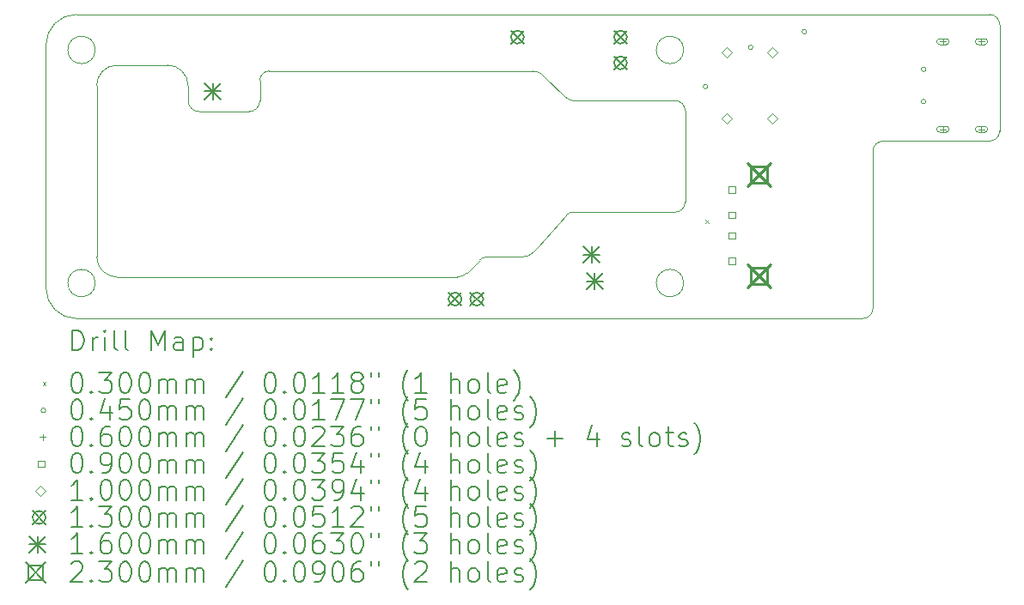
<source format=gbr>
%TF.GenerationSoftware,KiCad,Pcbnew,9.0.2*%
%TF.CreationDate,2025-06-21T10:43:47+02:00*%
%TF.ProjectId,conndom,636f6e6e-646f-46d2-9e6b-696361645f70,0.2*%
%TF.SameCoordinates,Original*%
%TF.FileFunction,Drillmap*%
%TF.FilePolarity,Positive*%
%FSLAX45Y45*%
G04 Gerber Fmt 4.5, Leading zero omitted, Abs format (unit mm)*
G04 Created by KiCad (PCBNEW 9.0.2) date 2025-06-21 10:43:47*
%MOMM*%
%LPD*%
G01*
G04 APERTURE LIST*
%ADD10C,0.050000*%
%ADD11C,0.200000*%
%ADD12C,0.100000*%
%ADD13C,0.130000*%
%ADD14C,0.160000*%
%ADD15C,0.230000*%
G04 APERTURE END LIST*
D10*
X10600000Y-8700000D02*
X10601421Y-8850000D01*
X18600000Y-9150000D02*
G75*
G02*
X18500000Y-9250000I-100000J0D01*
G01*
X14000000Y-8558579D02*
X11400000Y-8558579D01*
X10290000Y-10591421D02*
X9900000Y-10590000D01*
X11308579Y-8650000D02*
G75*
G02*
X11400000Y-8558579I91421J0D01*
G01*
X9900000Y-8500000D02*
X10400000Y-8500000D01*
X10710000Y-8958579D02*
G75*
G02*
X10601421Y-8850000I0J108579D01*
G01*
X15400000Y-8850000D02*
G75*
G02*
X15500000Y-8950000I0J-100000D01*
G01*
X14000000Y-8558579D02*
G75*
G02*
X14100000Y-8600000I0J-141421D01*
G01*
X9900000Y-10590000D02*
G75*
G02*
X9700000Y-10390000I0J200000D01*
G01*
X14000000Y-10350000D02*
G75*
G02*
X13900000Y-10391421I-100000J100000D01*
G01*
X15500000Y-9850000D02*
G75*
G02*
X15400000Y-9950000I-100000J0D01*
G01*
X17350003Y-9350716D02*
X17350000Y-10900000D01*
X9500000Y-8000000D02*
X18500000Y-8000000D01*
X17250000Y-11000000D02*
X9500000Y-11000000D01*
X15500000Y-8950000D02*
X15500000Y-9850000D01*
X13476443Y-10420133D02*
G75*
G02*
X13550000Y-10391421I73557J-79867D01*
G01*
X10400000Y-8500000D02*
G75*
G02*
X10600000Y-8700000I0J-200000D01*
G01*
X14050000Y-10300000D02*
X14000000Y-10350000D01*
X17350000Y-10900000D02*
G75*
G02*
X17250000Y-11000000I-100000J0D01*
G01*
X14329289Y-8820711D02*
X14100000Y-8600000D01*
X18600000Y-8100000D02*
X18600000Y-9150000D01*
X11308579Y-8650000D02*
X11308579Y-8850000D01*
X11308579Y-8850000D02*
G75*
G02*
X11200000Y-8958579I-108579J0D01*
G01*
X14400000Y-8850000D02*
G75*
G02*
X14329289Y-8820711I0J100000D01*
G01*
X13476443Y-10420133D02*
X13350000Y-10550000D01*
X13900000Y-10391421D02*
X13550000Y-10391421D01*
X13250000Y-10591421D02*
X10290000Y-10591421D01*
X15400000Y-9950000D02*
X14400000Y-9950000D01*
X15400000Y-8850000D02*
X14400000Y-8850000D01*
X18500000Y-8000000D02*
G75*
G02*
X18600000Y-8100000I0J-100000D01*
G01*
X13350000Y-10550000D02*
G75*
G02*
X13250000Y-10591421I-100000J100000D01*
G01*
X9700000Y-8700000D02*
G75*
G02*
X9900000Y-8500000I200000J0D01*
G01*
X18500000Y-9250000D02*
X17450000Y-9250000D01*
X9700000Y-10390000D02*
X9700000Y-8700000D01*
X14329289Y-9979289D02*
G75*
G02*
X14400000Y-9950000I70711J-70711D01*
G01*
X10710000Y-8958579D02*
X11200000Y-8958579D01*
X14329289Y-9979289D02*
X14050000Y-10300000D01*
X17350003Y-9350716D02*
G75*
G02*
X17450000Y-9250000I99997J716D01*
G01*
X9200000Y-10700000D02*
X9200000Y-8300000D01*
X9200000Y-8300000D02*
G75*
G02*
X9500000Y-8000000I300000J0D01*
G01*
X9500000Y-11000000D02*
G75*
G02*
X9200000Y-10700000I0J300000D01*
G01*
X9685000Y-8350000D02*
G75*
G02*
X9415000Y-8350000I-135000J0D01*
G01*
X9415000Y-8350000D02*
G75*
G02*
X9685000Y-8350000I135000J0D01*
G01*
X9685000Y-10650000D02*
G75*
G02*
X9415000Y-10650000I-135000J0D01*
G01*
X9415000Y-10650000D02*
G75*
G02*
X9685000Y-10650000I135000J0D01*
G01*
X15485000Y-8350000D02*
G75*
G02*
X15215000Y-8350000I-135000J0D01*
G01*
X15215000Y-8350000D02*
G75*
G02*
X15485000Y-8350000I135000J0D01*
G01*
X15485000Y-10650000D02*
G75*
G02*
X15215000Y-10650000I-135000J0D01*
G01*
X15215000Y-10650000D02*
G75*
G02*
X15485000Y-10650000I135000J0D01*
G01*
D11*
D12*
X15700000Y-10025000D02*
X15730000Y-10055000D01*
X15730000Y-10025000D02*
X15700000Y-10055000D01*
X15722500Y-8710000D02*
G75*
G02*
X15677500Y-8710000I-22500J0D01*
G01*
X15677500Y-8710000D02*
G75*
G02*
X15722500Y-8710000I22500J0D01*
G01*
X16167500Y-8325000D02*
G75*
G02*
X16122500Y-8325000I-22500J0D01*
G01*
X16122500Y-8325000D02*
G75*
G02*
X16167500Y-8325000I22500J0D01*
G01*
X16697500Y-8170000D02*
G75*
G02*
X16652500Y-8170000I-22500J0D01*
G01*
X16652500Y-8170000D02*
G75*
G02*
X16697500Y-8170000I22500J0D01*
G01*
X17872500Y-8540000D02*
G75*
G02*
X17827500Y-8540000I-22500J0D01*
G01*
X17827500Y-8540000D02*
G75*
G02*
X17872500Y-8540000I22500J0D01*
G01*
X17872500Y-8860000D02*
G75*
G02*
X17827500Y-8860000I-22500J0D01*
G01*
X17827500Y-8860000D02*
G75*
G02*
X17872500Y-8860000I22500J0D01*
G01*
X18040000Y-8238000D02*
X18040000Y-8298000D01*
X18010000Y-8268000D02*
X18070000Y-8268000D01*
X18010000Y-8298000D02*
X18070000Y-8298000D01*
X18070000Y-8238000D02*
G75*
G02*
X18070000Y-8298000I0J-30000D01*
G01*
X18070000Y-8238000D02*
X18010000Y-8238000D01*
X18010000Y-8238000D02*
G75*
G03*
X18010000Y-8298000I0J-30000D01*
G01*
X18040000Y-9102000D02*
X18040000Y-9162000D01*
X18010000Y-9132000D02*
X18070000Y-9132000D01*
X18010000Y-9162000D02*
X18070000Y-9162000D01*
X18070000Y-9102000D02*
G75*
G02*
X18070000Y-9162000I0J-30000D01*
G01*
X18070000Y-9102000D02*
X18010000Y-9102000D01*
X18010000Y-9102000D02*
G75*
G03*
X18010000Y-9162000I0J-30000D01*
G01*
X18420000Y-8238000D02*
X18420000Y-8298000D01*
X18390000Y-8268000D02*
X18450000Y-8268000D01*
X18390000Y-8298000D02*
X18450000Y-8298000D01*
X18450000Y-8238000D02*
G75*
G02*
X18450000Y-8298000I0J-30000D01*
G01*
X18450000Y-8238000D02*
X18390000Y-8238000D01*
X18390000Y-8238000D02*
G75*
G03*
X18390000Y-8298000I0J-30000D01*
G01*
X18420000Y-9102000D02*
X18420000Y-9162000D01*
X18390000Y-9132000D02*
X18450000Y-9132000D01*
X18390000Y-9162000D02*
X18450000Y-9162000D01*
X18450000Y-9102000D02*
G75*
G02*
X18450000Y-9162000I0J-30000D01*
G01*
X18450000Y-9102000D02*
X18390000Y-9102000D01*
X18390000Y-9102000D02*
G75*
G03*
X18390000Y-9162000I0J-30000D01*
G01*
X15991820Y-9761820D02*
X15991820Y-9698180D01*
X15928180Y-9698180D01*
X15928180Y-9761820D01*
X15991820Y-9761820D01*
X15991820Y-10011820D02*
X15991820Y-9948180D01*
X15928180Y-9948180D01*
X15928180Y-10011820D01*
X15991820Y-10011820D01*
X15991820Y-10211820D02*
X15991820Y-10148180D01*
X15928180Y-10148180D01*
X15928180Y-10211820D01*
X15991820Y-10211820D01*
X15991820Y-10461820D02*
X15991820Y-10398180D01*
X15928180Y-10398180D01*
X15928180Y-10461820D01*
X15991820Y-10461820D01*
X15910000Y-8425000D02*
X15960000Y-8375000D01*
X15910000Y-8325000D01*
X15860000Y-8375000D01*
X15910000Y-8425000D01*
X15910000Y-9075000D02*
X15960000Y-9025000D01*
X15910000Y-8975000D01*
X15860000Y-9025000D01*
X15910000Y-9075000D01*
X16360000Y-8425000D02*
X16410000Y-8375000D01*
X16360000Y-8325000D01*
X16310000Y-8375000D01*
X16360000Y-8425000D01*
X16360000Y-9075000D02*
X16410000Y-9025000D01*
X16360000Y-8975000D01*
X16310000Y-9025000D01*
X16360000Y-9075000D01*
D13*
X13167000Y-10743000D02*
X13297000Y-10873000D01*
X13297000Y-10743000D02*
X13167000Y-10873000D01*
X13297000Y-10808000D02*
G75*
G02*
X13167000Y-10808000I-65000J0D01*
G01*
X13167000Y-10808000D02*
G75*
G02*
X13297000Y-10808000I65000J0D01*
G01*
X13380000Y-10743000D02*
X13510000Y-10873000D01*
X13510000Y-10743000D02*
X13380000Y-10873000D01*
X13510000Y-10808000D02*
G75*
G02*
X13380000Y-10808000I-65000J0D01*
G01*
X13380000Y-10808000D02*
G75*
G02*
X13510000Y-10808000I65000J0D01*
G01*
X13782000Y-8158000D02*
X13912000Y-8288000D01*
X13912000Y-8158000D02*
X13782000Y-8288000D01*
X13912000Y-8223000D02*
G75*
G02*
X13782000Y-8223000I-65000J0D01*
G01*
X13782000Y-8223000D02*
G75*
G02*
X13912000Y-8223000I65000J0D01*
G01*
X14798000Y-8158000D02*
X14928000Y-8288000D01*
X14928000Y-8158000D02*
X14798000Y-8288000D01*
X14928000Y-8223000D02*
G75*
G02*
X14798000Y-8223000I-65000J0D01*
G01*
X14798000Y-8223000D02*
G75*
G02*
X14928000Y-8223000I65000J0D01*
G01*
X14798000Y-8412000D02*
X14928000Y-8542000D01*
X14928000Y-8412000D02*
X14798000Y-8542000D01*
X14928000Y-8477000D02*
G75*
G02*
X14798000Y-8477000I-65000J0D01*
G01*
X14798000Y-8477000D02*
G75*
G02*
X14928000Y-8477000I65000J0D01*
G01*
D14*
X10765000Y-8676000D02*
X10925000Y-8836000D01*
X10925000Y-8676000D02*
X10765000Y-8836000D01*
X10845000Y-8676000D02*
X10845000Y-8836000D01*
X10765000Y-8756000D02*
X10925000Y-8756000D01*
X14499000Y-10290000D02*
X14659000Y-10450000D01*
X14659000Y-10290000D02*
X14499000Y-10450000D01*
X14579000Y-10290000D02*
X14579000Y-10450000D01*
X14499000Y-10370000D02*
X14659000Y-10370000D01*
X14530000Y-10551000D02*
X14690000Y-10711000D01*
X14690000Y-10551000D02*
X14530000Y-10711000D01*
X14610000Y-10551000D02*
X14610000Y-10711000D01*
X14530000Y-10631000D02*
X14690000Y-10631000D01*
D15*
X16112000Y-9465000D02*
X16342000Y-9695000D01*
X16342000Y-9465000D02*
X16112000Y-9695000D01*
X16308318Y-9661318D02*
X16308318Y-9498682D01*
X16145682Y-9498682D01*
X16145682Y-9661318D01*
X16308318Y-9661318D01*
X16112000Y-10465000D02*
X16342000Y-10695000D01*
X16342000Y-10465000D02*
X16112000Y-10695000D01*
X16308318Y-10661318D02*
X16308318Y-10498682D01*
X16145682Y-10498682D01*
X16145682Y-10661318D01*
X16308318Y-10661318D01*
D11*
X9458277Y-11313984D02*
X9458277Y-11113984D01*
X9458277Y-11113984D02*
X9505896Y-11113984D01*
X9505896Y-11113984D02*
X9534467Y-11123508D01*
X9534467Y-11123508D02*
X9553515Y-11142555D01*
X9553515Y-11142555D02*
X9563039Y-11161603D01*
X9563039Y-11161603D02*
X9572563Y-11199698D01*
X9572563Y-11199698D02*
X9572563Y-11228269D01*
X9572563Y-11228269D02*
X9563039Y-11266365D01*
X9563039Y-11266365D02*
X9553515Y-11285412D01*
X9553515Y-11285412D02*
X9534467Y-11304460D01*
X9534467Y-11304460D02*
X9505896Y-11313984D01*
X9505896Y-11313984D02*
X9458277Y-11313984D01*
X9658277Y-11313984D02*
X9658277Y-11180650D01*
X9658277Y-11218746D02*
X9667801Y-11199698D01*
X9667801Y-11199698D02*
X9677324Y-11190174D01*
X9677324Y-11190174D02*
X9696372Y-11180650D01*
X9696372Y-11180650D02*
X9715420Y-11180650D01*
X9782086Y-11313984D02*
X9782086Y-11180650D01*
X9782086Y-11113984D02*
X9772563Y-11123508D01*
X9772563Y-11123508D02*
X9782086Y-11133031D01*
X9782086Y-11133031D02*
X9791610Y-11123508D01*
X9791610Y-11123508D02*
X9782086Y-11113984D01*
X9782086Y-11113984D02*
X9782086Y-11133031D01*
X9905896Y-11313984D02*
X9886848Y-11304460D01*
X9886848Y-11304460D02*
X9877324Y-11285412D01*
X9877324Y-11285412D02*
X9877324Y-11113984D01*
X10010658Y-11313984D02*
X9991610Y-11304460D01*
X9991610Y-11304460D02*
X9982086Y-11285412D01*
X9982086Y-11285412D02*
X9982086Y-11113984D01*
X10239229Y-11313984D02*
X10239229Y-11113984D01*
X10239229Y-11113984D02*
X10305896Y-11256841D01*
X10305896Y-11256841D02*
X10372563Y-11113984D01*
X10372563Y-11113984D02*
X10372563Y-11313984D01*
X10553515Y-11313984D02*
X10553515Y-11209222D01*
X10553515Y-11209222D02*
X10543991Y-11190174D01*
X10543991Y-11190174D02*
X10524944Y-11180650D01*
X10524944Y-11180650D02*
X10486848Y-11180650D01*
X10486848Y-11180650D02*
X10467801Y-11190174D01*
X10553515Y-11304460D02*
X10534467Y-11313984D01*
X10534467Y-11313984D02*
X10486848Y-11313984D01*
X10486848Y-11313984D02*
X10467801Y-11304460D01*
X10467801Y-11304460D02*
X10458277Y-11285412D01*
X10458277Y-11285412D02*
X10458277Y-11266365D01*
X10458277Y-11266365D02*
X10467801Y-11247317D01*
X10467801Y-11247317D02*
X10486848Y-11237793D01*
X10486848Y-11237793D02*
X10534467Y-11237793D01*
X10534467Y-11237793D02*
X10553515Y-11228269D01*
X10648753Y-11180650D02*
X10648753Y-11380650D01*
X10648753Y-11190174D02*
X10667801Y-11180650D01*
X10667801Y-11180650D02*
X10705896Y-11180650D01*
X10705896Y-11180650D02*
X10724944Y-11190174D01*
X10724944Y-11190174D02*
X10734467Y-11199698D01*
X10734467Y-11199698D02*
X10743991Y-11218746D01*
X10743991Y-11218746D02*
X10743991Y-11275888D01*
X10743991Y-11275888D02*
X10734467Y-11294936D01*
X10734467Y-11294936D02*
X10724944Y-11304460D01*
X10724944Y-11304460D02*
X10705896Y-11313984D01*
X10705896Y-11313984D02*
X10667801Y-11313984D01*
X10667801Y-11313984D02*
X10648753Y-11304460D01*
X10829705Y-11294936D02*
X10839229Y-11304460D01*
X10839229Y-11304460D02*
X10829705Y-11313984D01*
X10829705Y-11313984D02*
X10820182Y-11304460D01*
X10820182Y-11304460D02*
X10829705Y-11294936D01*
X10829705Y-11294936D02*
X10829705Y-11313984D01*
X10829705Y-11190174D02*
X10839229Y-11199698D01*
X10839229Y-11199698D02*
X10829705Y-11209222D01*
X10829705Y-11209222D02*
X10820182Y-11199698D01*
X10820182Y-11199698D02*
X10829705Y-11190174D01*
X10829705Y-11190174D02*
X10829705Y-11209222D01*
D12*
X9167500Y-11627500D02*
X9197500Y-11657500D01*
X9197500Y-11627500D02*
X9167500Y-11657500D01*
D11*
X9496372Y-11533984D02*
X9515420Y-11533984D01*
X9515420Y-11533984D02*
X9534467Y-11543508D01*
X9534467Y-11543508D02*
X9543991Y-11553031D01*
X9543991Y-11553031D02*
X9553515Y-11572079D01*
X9553515Y-11572079D02*
X9563039Y-11610174D01*
X9563039Y-11610174D02*
X9563039Y-11657793D01*
X9563039Y-11657793D02*
X9553515Y-11695888D01*
X9553515Y-11695888D02*
X9543991Y-11714936D01*
X9543991Y-11714936D02*
X9534467Y-11724460D01*
X9534467Y-11724460D02*
X9515420Y-11733984D01*
X9515420Y-11733984D02*
X9496372Y-11733984D01*
X9496372Y-11733984D02*
X9477324Y-11724460D01*
X9477324Y-11724460D02*
X9467801Y-11714936D01*
X9467801Y-11714936D02*
X9458277Y-11695888D01*
X9458277Y-11695888D02*
X9448753Y-11657793D01*
X9448753Y-11657793D02*
X9448753Y-11610174D01*
X9448753Y-11610174D02*
X9458277Y-11572079D01*
X9458277Y-11572079D02*
X9467801Y-11553031D01*
X9467801Y-11553031D02*
X9477324Y-11543508D01*
X9477324Y-11543508D02*
X9496372Y-11533984D01*
X9648753Y-11714936D02*
X9658277Y-11724460D01*
X9658277Y-11724460D02*
X9648753Y-11733984D01*
X9648753Y-11733984D02*
X9639229Y-11724460D01*
X9639229Y-11724460D02*
X9648753Y-11714936D01*
X9648753Y-11714936D02*
X9648753Y-11733984D01*
X9724944Y-11533984D02*
X9848753Y-11533984D01*
X9848753Y-11533984D02*
X9782086Y-11610174D01*
X9782086Y-11610174D02*
X9810658Y-11610174D01*
X9810658Y-11610174D02*
X9829705Y-11619698D01*
X9829705Y-11619698D02*
X9839229Y-11629222D01*
X9839229Y-11629222D02*
X9848753Y-11648269D01*
X9848753Y-11648269D02*
X9848753Y-11695888D01*
X9848753Y-11695888D02*
X9839229Y-11714936D01*
X9839229Y-11714936D02*
X9829705Y-11724460D01*
X9829705Y-11724460D02*
X9810658Y-11733984D01*
X9810658Y-11733984D02*
X9753515Y-11733984D01*
X9753515Y-11733984D02*
X9734467Y-11724460D01*
X9734467Y-11724460D02*
X9724944Y-11714936D01*
X9972563Y-11533984D02*
X9991610Y-11533984D01*
X9991610Y-11533984D02*
X10010658Y-11543508D01*
X10010658Y-11543508D02*
X10020182Y-11553031D01*
X10020182Y-11553031D02*
X10029705Y-11572079D01*
X10029705Y-11572079D02*
X10039229Y-11610174D01*
X10039229Y-11610174D02*
X10039229Y-11657793D01*
X10039229Y-11657793D02*
X10029705Y-11695888D01*
X10029705Y-11695888D02*
X10020182Y-11714936D01*
X10020182Y-11714936D02*
X10010658Y-11724460D01*
X10010658Y-11724460D02*
X9991610Y-11733984D01*
X9991610Y-11733984D02*
X9972563Y-11733984D01*
X9972563Y-11733984D02*
X9953515Y-11724460D01*
X9953515Y-11724460D02*
X9943991Y-11714936D01*
X9943991Y-11714936D02*
X9934467Y-11695888D01*
X9934467Y-11695888D02*
X9924944Y-11657793D01*
X9924944Y-11657793D02*
X9924944Y-11610174D01*
X9924944Y-11610174D02*
X9934467Y-11572079D01*
X9934467Y-11572079D02*
X9943991Y-11553031D01*
X9943991Y-11553031D02*
X9953515Y-11543508D01*
X9953515Y-11543508D02*
X9972563Y-11533984D01*
X10163039Y-11533984D02*
X10182086Y-11533984D01*
X10182086Y-11533984D02*
X10201134Y-11543508D01*
X10201134Y-11543508D02*
X10210658Y-11553031D01*
X10210658Y-11553031D02*
X10220182Y-11572079D01*
X10220182Y-11572079D02*
X10229705Y-11610174D01*
X10229705Y-11610174D02*
X10229705Y-11657793D01*
X10229705Y-11657793D02*
X10220182Y-11695888D01*
X10220182Y-11695888D02*
X10210658Y-11714936D01*
X10210658Y-11714936D02*
X10201134Y-11724460D01*
X10201134Y-11724460D02*
X10182086Y-11733984D01*
X10182086Y-11733984D02*
X10163039Y-11733984D01*
X10163039Y-11733984D02*
X10143991Y-11724460D01*
X10143991Y-11724460D02*
X10134467Y-11714936D01*
X10134467Y-11714936D02*
X10124944Y-11695888D01*
X10124944Y-11695888D02*
X10115420Y-11657793D01*
X10115420Y-11657793D02*
X10115420Y-11610174D01*
X10115420Y-11610174D02*
X10124944Y-11572079D01*
X10124944Y-11572079D02*
X10134467Y-11553031D01*
X10134467Y-11553031D02*
X10143991Y-11543508D01*
X10143991Y-11543508D02*
X10163039Y-11533984D01*
X10315420Y-11733984D02*
X10315420Y-11600650D01*
X10315420Y-11619698D02*
X10324944Y-11610174D01*
X10324944Y-11610174D02*
X10343991Y-11600650D01*
X10343991Y-11600650D02*
X10372563Y-11600650D01*
X10372563Y-11600650D02*
X10391610Y-11610174D01*
X10391610Y-11610174D02*
X10401134Y-11629222D01*
X10401134Y-11629222D02*
X10401134Y-11733984D01*
X10401134Y-11629222D02*
X10410658Y-11610174D01*
X10410658Y-11610174D02*
X10429705Y-11600650D01*
X10429705Y-11600650D02*
X10458277Y-11600650D01*
X10458277Y-11600650D02*
X10477325Y-11610174D01*
X10477325Y-11610174D02*
X10486848Y-11629222D01*
X10486848Y-11629222D02*
X10486848Y-11733984D01*
X10582086Y-11733984D02*
X10582086Y-11600650D01*
X10582086Y-11619698D02*
X10591610Y-11610174D01*
X10591610Y-11610174D02*
X10610658Y-11600650D01*
X10610658Y-11600650D02*
X10639229Y-11600650D01*
X10639229Y-11600650D02*
X10658277Y-11610174D01*
X10658277Y-11610174D02*
X10667801Y-11629222D01*
X10667801Y-11629222D02*
X10667801Y-11733984D01*
X10667801Y-11629222D02*
X10677325Y-11610174D01*
X10677325Y-11610174D02*
X10696372Y-11600650D01*
X10696372Y-11600650D02*
X10724944Y-11600650D01*
X10724944Y-11600650D02*
X10743991Y-11610174D01*
X10743991Y-11610174D02*
X10753515Y-11629222D01*
X10753515Y-11629222D02*
X10753515Y-11733984D01*
X11143991Y-11524460D02*
X10972563Y-11781603D01*
X11401134Y-11533984D02*
X11420182Y-11533984D01*
X11420182Y-11533984D02*
X11439229Y-11543508D01*
X11439229Y-11543508D02*
X11448753Y-11553031D01*
X11448753Y-11553031D02*
X11458277Y-11572079D01*
X11458277Y-11572079D02*
X11467801Y-11610174D01*
X11467801Y-11610174D02*
X11467801Y-11657793D01*
X11467801Y-11657793D02*
X11458277Y-11695888D01*
X11458277Y-11695888D02*
X11448753Y-11714936D01*
X11448753Y-11714936D02*
X11439229Y-11724460D01*
X11439229Y-11724460D02*
X11420182Y-11733984D01*
X11420182Y-11733984D02*
X11401134Y-11733984D01*
X11401134Y-11733984D02*
X11382086Y-11724460D01*
X11382086Y-11724460D02*
X11372563Y-11714936D01*
X11372563Y-11714936D02*
X11363039Y-11695888D01*
X11363039Y-11695888D02*
X11353515Y-11657793D01*
X11353515Y-11657793D02*
X11353515Y-11610174D01*
X11353515Y-11610174D02*
X11363039Y-11572079D01*
X11363039Y-11572079D02*
X11372563Y-11553031D01*
X11372563Y-11553031D02*
X11382086Y-11543508D01*
X11382086Y-11543508D02*
X11401134Y-11533984D01*
X11553515Y-11714936D02*
X11563039Y-11724460D01*
X11563039Y-11724460D02*
X11553515Y-11733984D01*
X11553515Y-11733984D02*
X11543991Y-11724460D01*
X11543991Y-11724460D02*
X11553515Y-11714936D01*
X11553515Y-11714936D02*
X11553515Y-11733984D01*
X11686848Y-11533984D02*
X11705896Y-11533984D01*
X11705896Y-11533984D02*
X11724944Y-11543508D01*
X11724944Y-11543508D02*
X11734467Y-11553031D01*
X11734467Y-11553031D02*
X11743991Y-11572079D01*
X11743991Y-11572079D02*
X11753515Y-11610174D01*
X11753515Y-11610174D02*
X11753515Y-11657793D01*
X11753515Y-11657793D02*
X11743991Y-11695888D01*
X11743991Y-11695888D02*
X11734467Y-11714936D01*
X11734467Y-11714936D02*
X11724944Y-11724460D01*
X11724944Y-11724460D02*
X11705896Y-11733984D01*
X11705896Y-11733984D02*
X11686848Y-11733984D01*
X11686848Y-11733984D02*
X11667801Y-11724460D01*
X11667801Y-11724460D02*
X11658277Y-11714936D01*
X11658277Y-11714936D02*
X11648753Y-11695888D01*
X11648753Y-11695888D02*
X11639229Y-11657793D01*
X11639229Y-11657793D02*
X11639229Y-11610174D01*
X11639229Y-11610174D02*
X11648753Y-11572079D01*
X11648753Y-11572079D02*
X11658277Y-11553031D01*
X11658277Y-11553031D02*
X11667801Y-11543508D01*
X11667801Y-11543508D02*
X11686848Y-11533984D01*
X11943991Y-11733984D02*
X11829706Y-11733984D01*
X11886848Y-11733984D02*
X11886848Y-11533984D01*
X11886848Y-11533984D02*
X11867801Y-11562555D01*
X11867801Y-11562555D02*
X11848753Y-11581603D01*
X11848753Y-11581603D02*
X11829706Y-11591127D01*
X12134467Y-11733984D02*
X12020182Y-11733984D01*
X12077325Y-11733984D02*
X12077325Y-11533984D01*
X12077325Y-11533984D02*
X12058277Y-11562555D01*
X12058277Y-11562555D02*
X12039229Y-11581603D01*
X12039229Y-11581603D02*
X12020182Y-11591127D01*
X12248753Y-11619698D02*
X12229706Y-11610174D01*
X12229706Y-11610174D02*
X12220182Y-11600650D01*
X12220182Y-11600650D02*
X12210658Y-11581603D01*
X12210658Y-11581603D02*
X12210658Y-11572079D01*
X12210658Y-11572079D02*
X12220182Y-11553031D01*
X12220182Y-11553031D02*
X12229706Y-11543508D01*
X12229706Y-11543508D02*
X12248753Y-11533984D01*
X12248753Y-11533984D02*
X12286848Y-11533984D01*
X12286848Y-11533984D02*
X12305896Y-11543508D01*
X12305896Y-11543508D02*
X12315420Y-11553031D01*
X12315420Y-11553031D02*
X12324944Y-11572079D01*
X12324944Y-11572079D02*
X12324944Y-11581603D01*
X12324944Y-11581603D02*
X12315420Y-11600650D01*
X12315420Y-11600650D02*
X12305896Y-11610174D01*
X12305896Y-11610174D02*
X12286848Y-11619698D01*
X12286848Y-11619698D02*
X12248753Y-11619698D01*
X12248753Y-11619698D02*
X12229706Y-11629222D01*
X12229706Y-11629222D02*
X12220182Y-11638746D01*
X12220182Y-11638746D02*
X12210658Y-11657793D01*
X12210658Y-11657793D02*
X12210658Y-11695888D01*
X12210658Y-11695888D02*
X12220182Y-11714936D01*
X12220182Y-11714936D02*
X12229706Y-11724460D01*
X12229706Y-11724460D02*
X12248753Y-11733984D01*
X12248753Y-11733984D02*
X12286848Y-11733984D01*
X12286848Y-11733984D02*
X12305896Y-11724460D01*
X12305896Y-11724460D02*
X12315420Y-11714936D01*
X12315420Y-11714936D02*
X12324944Y-11695888D01*
X12324944Y-11695888D02*
X12324944Y-11657793D01*
X12324944Y-11657793D02*
X12315420Y-11638746D01*
X12315420Y-11638746D02*
X12305896Y-11629222D01*
X12305896Y-11629222D02*
X12286848Y-11619698D01*
X12401134Y-11533984D02*
X12401134Y-11572079D01*
X12477325Y-11533984D02*
X12477325Y-11572079D01*
X12772563Y-11810174D02*
X12763039Y-11800650D01*
X12763039Y-11800650D02*
X12743991Y-11772079D01*
X12743991Y-11772079D02*
X12734468Y-11753031D01*
X12734468Y-11753031D02*
X12724944Y-11724460D01*
X12724944Y-11724460D02*
X12715420Y-11676841D01*
X12715420Y-11676841D02*
X12715420Y-11638746D01*
X12715420Y-11638746D02*
X12724944Y-11591127D01*
X12724944Y-11591127D02*
X12734468Y-11562555D01*
X12734468Y-11562555D02*
X12743991Y-11543508D01*
X12743991Y-11543508D02*
X12763039Y-11514936D01*
X12763039Y-11514936D02*
X12772563Y-11505412D01*
X12953515Y-11733984D02*
X12839229Y-11733984D01*
X12896372Y-11733984D02*
X12896372Y-11533984D01*
X12896372Y-11533984D02*
X12877325Y-11562555D01*
X12877325Y-11562555D02*
X12858277Y-11581603D01*
X12858277Y-11581603D02*
X12839229Y-11591127D01*
X13191610Y-11733984D02*
X13191610Y-11533984D01*
X13277325Y-11733984D02*
X13277325Y-11629222D01*
X13277325Y-11629222D02*
X13267801Y-11610174D01*
X13267801Y-11610174D02*
X13248753Y-11600650D01*
X13248753Y-11600650D02*
X13220182Y-11600650D01*
X13220182Y-11600650D02*
X13201134Y-11610174D01*
X13201134Y-11610174D02*
X13191610Y-11619698D01*
X13401134Y-11733984D02*
X13382087Y-11724460D01*
X13382087Y-11724460D02*
X13372563Y-11714936D01*
X13372563Y-11714936D02*
X13363039Y-11695888D01*
X13363039Y-11695888D02*
X13363039Y-11638746D01*
X13363039Y-11638746D02*
X13372563Y-11619698D01*
X13372563Y-11619698D02*
X13382087Y-11610174D01*
X13382087Y-11610174D02*
X13401134Y-11600650D01*
X13401134Y-11600650D02*
X13429706Y-11600650D01*
X13429706Y-11600650D02*
X13448753Y-11610174D01*
X13448753Y-11610174D02*
X13458277Y-11619698D01*
X13458277Y-11619698D02*
X13467801Y-11638746D01*
X13467801Y-11638746D02*
X13467801Y-11695888D01*
X13467801Y-11695888D02*
X13458277Y-11714936D01*
X13458277Y-11714936D02*
X13448753Y-11724460D01*
X13448753Y-11724460D02*
X13429706Y-11733984D01*
X13429706Y-11733984D02*
X13401134Y-11733984D01*
X13582087Y-11733984D02*
X13563039Y-11724460D01*
X13563039Y-11724460D02*
X13553515Y-11705412D01*
X13553515Y-11705412D02*
X13553515Y-11533984D01*
X13734468Y-11724460D02*
X13715420Y-11733984D01*
X13715420Y-11733984D02*
X13677325Y-11733984D01*
X13677325Y-11733984D02*
X13658277Y-11724460D01*
X13658277Y-11724460D02*
X13648753Y-11705412D01*
X13648753Y-11705412D02*
X13648753Y-11629222D01*
X13648753Y-11629222D02*
X13658277Y-11610174D01*
X13658277Y-11610174D02*
X13677325Y-11600650D01*
X13677325Y-11600650D02*
X13715420Y-11600650D01*
X13715420Y-11600650D02*
X13734468Y-11610174D01*
X13734468Y-11610174D02*
X13743991Y-11629222D01*
X13743991Y-11629222D02*
X13743991Y-11648269D01*
X13743991Y-11648269D02*
X13648753Y-11667317D01*
X13810658Y-11810174D02*
X13820182Y-11800650D01*
X13820182Y-11800650D02*
X13839230Y-11772079D01*
X13839230Y-11772079D02*
X13848753Y-11753031D01*
X13848753Y-11753031D02*
X13858277Y-11724460D01*
X13858277Y-11724460D02*
X13867801Y-11676841D01*
X13867801Y-11676841D02*
X13867801Y-11638746D01*
X13867801Y-11638746D02*
X13858277Y-11591127D01*
X13858277Y-11591127D02*
X13848753Y-11562555D01*
X13848753Y-11562555D02*
X13839230Y-11543508D01*
X13839230Y-11543508D02*
X13820182Y-11514936D01*
X13820182Y-11514936D02*
X13810658Y-11505412D01*
D12*
X9197500Y-11906500D02*
G75*
G02*
X9152500Y-11906500I-22500J0D01*
G01*
X9152500Y-11906500D02*
G75*
G02*
X9197500Y-11906500I22500J0D01*
G01*
D11*
X9496372Y-11797984D02*
X9515420Y-11797984D01*
X9515420Y-11797984D02*
X9534467Y-11807508D01*
X9534467Y-11807508D02*
X9543991Y-11817031D01*
X9543991Y-11817031D02*
X9553515Y-11836079D01*
X9553515Y-11836079D02*
X9563039Y-11874174D01*
X9563039Y-11874174D02*
X9563039Y-11921793D01*
X9563039Y-11921793D02*
X9553515Y-11959888D01*
X9553515Y-11959888D02*
X9543991Y-11978936D01*
X9543991Y-11978936D02*
X9534467Y-11988460D01*
X9534467Y-11988460D02*
X9515420Y-11997984D01*
X9515420Y-11997984D02*
X9496372Y-11997984D01*
X9496372Y-11997984D02*
X9477324Y-11988460D01*
X9477324Y-11988460D02*
X9467801Y-11978936D01*
X9467801Y-11978936D02*
X9458277Y-11959888D01*
X9458277Y-11959888D02*
X9448753Y-11921793D01*
X9448753Y-11921793D02*
X9448753Y-11874174D01*
X9448753Y-11874174D02*
X9458277Y-11836079D01*
X9458277Y-11836079D02*
X9467801Y-11817031D01*
X9467801Y-11817031D02*
X9477324Y-11807508D01*
X9477324Y-11807508D02*
X9496372Y-11797984D01*
X9648753Y-11978936D02*
X9658277Y-11988460D01*
X9658277Y-11988460D02*
X9648753Y-11997984D01*
X9648753Y-11997984D02*
X9639229Y-11988460D01*
X9639229Y-11988460D02*
X9648753Y-11978936D01*
X9648753Y-11978936D02*
X9648753Y-11997984D01*
X9829705Y-11864650D02*
X9829705Y-11997984D01*
X9782086Y-11788460D02*
X9734467Y-11931317D01*
X9734467Y-11931317D02*
X9858277Y-11931317D01*
X10029705Y-11797984D02*
X9934467Y-11797984D01*
X9934467Y-11797984D02*
X9924944Y-11893222D01*
X9924944Y-11893222D02*
X9934467Y-11883698D01*
X9934467Y-11883698D02*
X9953515Y-11874174D01*
X9953515Y-11874174D02*
X10001134Y-11874174D01*
X10001134Y-11874174D02*
X10020182Y-11883698D01*
X10020182Y-11883698D02*
X10029705Y-11893222D01*
X10029705Y-11893222D02*
X10039229Y-11912269D01*
X10039229Y-11912269D02*
X10039229Y-11959888D01*
X10039229Y-11959888D02*
X10029705Y-11978936D01*
X10029705Y-11978936D02*
X10020182Y-11988460D01*
X10020182Y-11988460D02*
X10001134Y-11997984D01*
X10001134Y-11997984D02*
X9953515Y-11997984D01*
X9953515Y-11997984D02*
X9934467Y-11988460D01*
X9934467Y-11988460D02*
X9924944Y-11978936D01*
X10163039Y-11797984D02*
X10182086Y-11797984D01*
X10182086Y-11797984D02*
X10201134Y-11807508D01*
X10201134Y-11807508D02*
X10210658Y-11817031D01*
X10210658Y-11817031D02*
X10220182Y-11836079D01*
X10220182Y-11836079D02*
X10229705Y-11874174D01*
X10229705Y-11874174D02*
X10229705Y-11921793D01*
X10229705Y-11921793D02*
X10220182Y-11959888D01*
X10220182Y-11959888D02*
X10210658Y-11978936D01*
X10210658Y-11978936D02*
X10201134Y-11988460D01*
X10201134Y-11988460D02*
X10182086Y-11997984D01*
X10182086Y-11997984D02*
X10163039Y-11997984D01*
X10163039Y-11997984D02*
X10143991Y-11988460D01*
X10143991Y-11988460D02*
X10134467Y-11978936D01*
X10134467Y-11978936D02*
X10124944Y-11959888D01*
X10124944Y-11959888D02*
X10115420Y-11921793D01*
X10115420Y-11921793D02*
X10115420Y-11874174D01*
X10115420Y-11874174D02*
X10124944Y-11836079D01*
X10124944Y-11836079D02*
X10134467Y-11817031D01*
X10134467Y-11817031D02*
X10143991Y-11807508D01*
X10143991Y-11807508D02*
X10163039Y-11797984D01*
X10315420Y-11997984D02*
X10315420Y-11864650D01*
X10315420Y-11883698D02*
X10324944Y-11874174D01*
X10324944Y-11874174D02*
X10343991Y-11864650D01*
X10343991Y-11864650D02*
X10372563Y-11864650D01*
X10372563Y-11864650D02*
X10391610Y-11874174D01*
X10391610Y-11874174D02*
X10401134Y-11893222D01*
X10401134Y-11893222D02*
X10401134Y-11997984D01*
X10401134Y-11893222D02*
X10410658Y-11874174D01*
X10410658Y-11874174D02*
X10429705Y-11864650D01*
X10429705Y-11864650D02*
X10458277Y-11864650D01*
X10458277Y-11864650D02*
X10477325Y-11874174D01*
X10477325Y-11874174D02*
X10486848Y-11893222D01*
X10486848Y-11893222D02*
X10486848Y-11997984D01*
X10582086Y-11997984D02*
X10582086Y-11864650D01*
X10582086Y-11883698D02*
X10591610Y-11874174D01*
X10591610Y-11874174D02*
X10610658Y-11864650D01*
X10610658Y-11864650D02*
X10639229Y-11864650D01*
X10639229Y-11864650D02*
X10658277Y-11874174D01*
X10658277Y-11874174D02*
X10667801Y-11893222D01*
X10667801Y-11893222D02*
X10667801Y-11997984D01*
X10667801Y-11893222D02*
X10677325Y-11874174D01*
X10677325Y-11874174D02*
X10696372Y-11864650D01*
X10696372Y-11864650D02*
X10724944Y-11864650D01*
X10724944Y-11864650D02*
X10743991Y-11874174D01*
X10743991Y-11874174D02*
X10753515Y-11893222D01*
X10753515Y-11893222D02*
X10753515Y-11997984D01*
X11143991Y-11788460D02*
X10972563Y-12045603D01*
X11401134Y-11797984D02*
X11420182Y-11797984D01*
X11420182Y-11797984D02*
X11439229Y-11807508D01*
X11439229Y-11807508D02*
X11448753Y-11817031D01*
X11448753Y-11817031D02*
X11458277Y-11836079D01*
X11458277Y-11836079D02*
X11467801Y-11874174D01*
X11467801Y-11874174D02*
X11467801Y-11921793D01*
X11467801Y-11921793D02*
X11458277Y-11959888D01*
X11458277Y-11959888D02*
X11448753Y-11978936D01*
X11448753Y-11978936D02*
X11439229Y-11988460D01*
X11439229Y-11988460D02*
X11420182Y-11997984D01*
X11420182Y-11997984D02*
X11401134Y-11997984D01*
X11401134Y-11997984D02*
X11382086Y-11988460D01*
X11382086Y-11988460D02*
X11372563Y-11978936D01*
X11372563Y-11978936D02*
X11363039Y-11959888D01*
X11363039Y-11959888D02*
X11353515Y-11921793D01*
X11353515Y-11921793D02*
X11353515Y-11874174D01*
X11353515Y-11874174D02*
X11363039Y-11836079D01*
X11363039Y-11836079D02*
X11372563Y-11817031D01*
X11372563Y-11817031D02*
X11382086Y-11807508D01*
X11382086Y-11807508D02*
X11401134Y-11797984D01*
X11553515Y-11978936D02*
X11563039Y-11988460D01*
X11563039Y-11988460D02*
X11553515Y-11997984D01*
X11553515Y-11997984D02*
X11543991Y-11988460D01*
X11543991Y-11988460D02*
X11553515Y-11978936D01*
X11553515Y-11978936D02*
X11553515Y-11997984D01*
X11686848Y-11797984D02*
X11705896Y-11797984D01*
X11705896Y-11797984D02*
X11724944Y-11807508D01*
X11724944Y-11807508D02*
X11734467Y-11817031D01*
X11734467Y-11817031D02*
X11743991Y-11836079D01*
X11743991Y-11836079D02*
X11753515Y-11874174D01*
X11753515Y-11874174D02*
X11753515Y-11921793D01*
X11753515Y-11921793D02*
X11743991Y-11959888D01*
X11743991Y-11959888D02*
X11734467Y-11978936D01*
X11734467Y-11978936D02*
X11724944Y-11988460D01*
X11724944Y-11988460D02*
X11705896Y-11997984D01*
X11705896Y-11997984D02*
X11686848Y-11997984D01*
X11686848Y-11997984D02*
X11667801Y-11988460D01*
X11667801Y-11988460D02*
X11658277Y-11978936D01*
X11658277Y-11978936D02*
X11648753Y-11959888D01*
X11648753Y-11959888D02*
X11639229Y-11921793D01*
X11639229Y-11921793D02*
X11639229Y-11874174D01*
X11639229Y-11874174D02*
X11648753Y-11836079D01*
X11648753Y-11836079D02*
X11658277Y-11817031D01*
X11658277Y-11817031D02*
X11667801Y-11807508D01*
X11667801Y-11807508D02*
X11686848Y-11797984D01*
X11943991Y-11997984D02*
X11829706Y-11997984D01*
X11886848Y-11997984D02*
X11886848Y-11797984D01*
X11886848Y-11797984D02*
X11867801Y-11826555D01*
X11867801Y-11826555D02*
X11848753Y-11845603D01*
X11848753Y-11845603D02*
X11829706Y-11855127D01*
X12010658Y-11797984D02*
X12143991Y-11797984D01*
X12143991Y-11797984D02*
X12058277Y-11997984D01*
X12201134Y-11797984D02*
X12334467Y-11797984D01*
X12334467Y-11797984D02*
X12248753Y-11997984D01*
X12401134Y-11797984D02*
X12401134Y-11836079D01*
X12477325Y-11797984D02*
X12477325Y-11836079D01*
X12772563Y-12074174D02*
X12763039Y-12064650D01*
X12763039Y-12064650D02*
X12743991Y-12036079D01*
X12743991Y-12036079D02*
X12734468Y-12017031D01*
X12734468Y-12017031D02*
X12724944Y-11988460D01*
X12724944Y-11988460D02*
X12715420Y-11940841D01*
X12715420Y-11940841D02*
X12715420Y-11902746D01*
X12715420Y-11902746D02*
X12724944Y-11855127D01*
X12724944Y-11855127D02*
X12734468Y-11826555D01*
X12734468Y-11826555D02*
X12743991Y-11807508D01*
X12743991Y-11807508D02*
X12763039Y-11778936D01*
X12763039Y-11778936D02*
X12772563Y-11769412D01*
X12943991Y-11797984D02*
X12848753Y-11797984D01*
X12848753Y-11797984D02*
X12839229Y-11893222D01*
X12839229Y-11893222D02*
X12848753Y-11883698D01*
X12848753Y-11883698D02*
X12867801Y-11874174D01*
X12867801Y-11874174D02*
X12915420Y-11874174D01*
X12915420Y-11874174D02*
X12934468Y-11883698D01*
X12934468Y-11883698D02*
X12943991Y-11893222D01*
X12943991Y-11893222D02*
X12953515Y-11912269D01*
X12953515Y-11912269D02*
X12953515Y-11959888D01*
X12953515Y-11959888D02*
X12943991Y-11978936D01*
X12943991Y-11978936D02*
X12934468Y-11988460D01*
X12934468Y-11988460D02*
X12915420Y-11997984D01*
X12915420Y-11997984D02*
X12867801Y-11997984D01*
X12867801Y-11997984D02*
X12848753Y-11988460D01*
X12848753Y-11988460D02*
X12839229Y-11978936D01*
X13191610Y-11997984D02*
X13191610Y-11797984D01*
X13277325Y-11997984D02*
X13277325Y-11893222D01*
X13277325Y-11893222D02*
X13267801Y-11874174D01*
X13267801Y-11874174D02*
X13248753Y-11864650D01*
X13248753Y-11864650D02*
X13220182Y-11864650D01*
X13220182Y-11864650D02*
X13201134Y-11874174D01*
X13201134Y-11874174D02*
X13191610Y-11883698D01*
X13401134Y-11997984D02*
X13382087Y-11988460D01*
X13382087Y-11988460D02*
X13372563Y-11978936D01*
X13372563Y-11978936D02*
X13363039Y-11959888D01*
X13363039Y-11959888D02*
X13363039Y-11902746D01*
X13363039Y-11902746D02*
X13372563Y-11883698D01*
X13372563Y-11883698D02*
X13382087Y-11874174D01*
X13382087Y-11874174D02*
X13401134Y-11864650D01*
X13401134Y-11864650D02*
X13429706Y-11864650D01*
X13429706Y-11864650D02*
X13448753Y-11874174D01*
X13448753Y-11874174D02*
X13458277Y-11883698D01*
X13458277Y-11883698D02*
X13467801Y-11902746D01*
X13467801Y-11902746D02*
X13467801Y-11959888D01*
X13467801Y-11959888D02*
X13458277Y-11978936D01*
X13458277Y-11978936D02*
X13448753Y-11988460D01*
X13448753Y-11988460D02*
X13429706Y-11997984D01*
X13429706Y-11997984D02*
X13401134Y-11997984D01*
X13582087Y-11997984D02*
X13563039Y-11988460D01*
X13563039Y-11988460D02*
X13553515Y-11969412D01*
X13553515Y-11969412D02*
X13553515Y-11797984D01*
X13734468Y-11988460D02*
X13715420Y-11997984D01*
X13715420Y-11997984D02*
X13677325Y-11997984D01*
X13677325Y-11997984D02*
X13658277Y-11988460D01*
X13658277Y-11988460D02*
X13648753Y-11969412D01*
X13648753Y-11969412D02*
X13648753Y-11893222D01*
X13648753Y-11893222D02*
X13658277Y-11874174D01*
X13658277Y-11874174D02*
X13677325Y-11864650D01*
X13677325Y-11864650D02*
X13715420Y-11864650D01*
X13715420Y-11864650D02*
X13734468Y-11874174D01*
X13734468Y-11874174D02*
X13743991Y-11893222D01*
X13743991Y-11893222D02*
X13743991Y-11912269D01*
X13743991Y-11912269D02*
X13648753Y-11931317D01*
X13820182Y-11988460D02*
X13839230Y-11997984D01*
X13839230Y-11997984D02*
X13877325Y-11997984D01*
X13877325Y-11997984D02*
X13896372Y-11988460D01*
X13896372Y-11988460D02*
X13905896Y-11969412D01*
X13905896Y-11969412D02*
X13905896Y-11959888D01*
X13905896Y-11959888D02*
X13896372Y-11940841D01*
X13896372Y-11940841D02*
X13877325Y-11931317D01*
X13877325Y-11931317D02*
X13848753Y-11931317D01*
X13848753Y-11931317D02*
X13829706Y-11921793D01*
X13829706Y-11921793D02*
X13820182Y-11902746D01*
X13820182Y-11902746D02*
X13820182Y-11893222D01*
X13820182Y-11893222D02*
X13829706Y-11874174D01*
X13829706Y-11874174D02*
X13848753Y-11864650D01*
X13848753Y-11864650D02*
X13877325Y-11864650D01*
X13877325Y-11864650D02*
X13896372Y-11874174D01*
X13972563Y-12074174D02*
X13982087Y-12064650D01*
X13982087Y-12064650D02*
X14001134Y-12036079D01*
X14001134Y-12036079D02*
X14010658Y-12017031D01*
X14010658Y-12017031D02*
X14020182Y-11988460D01*
X14020182Y-11988460D02*
X14029706Y-11940841D01*
X14029706Y-11940841D02*
X14029706Y-11902746D01*
X14029706Y-11902746D02*
X14020182Y-11855127D01*
X14020182Y-11855127D02*
X14010658Y-11826555D01*
X14010658Y-11826555D02*
X14001134Y-11807508D01*
X14001134Y-11807508D02*
X13982087Y-11778936D01*
X13982087Y-11778936D02*
X13972563Y-11769412D01*
D12*
X9167500Y-12140500D02*
X9167500Y-12200500D01*
X9137500Y-12170500D02*
X9197500Y-12170500D01*
D11*
X9496372Y-12061984D02*
X9515420Y-12061984D01*
X9515420Y-12061984D02*
X9534467Y-12071508D01*
X9534467Y-12071508D02*
X9543991Y-12081031D01*
X9543991Y-12081031D02*
X9553515Y-12100079D01*
X9553515Y-12100079D02*
X9563039Y-12138174D01*
X9563039Y-12138174D02*
X9563039Y-12185793D01*
X9563039Y-12185793D02*
X9553515Y-12223888D01*
X9553515Y-12223888D02*
X9543991Y-12242936D01*
X9543991Y-12242936D02*
X9534467Y-12252460D01*
X9534467Y-12252460D02*
X9515420Y-12261984D01*
X9515420Y-12261984D02*
X9496372Y-12261984D01*
X9496372Y-12261984D02*
X9477324Y-12252460D01*
X9477324Y-12252460D02*
X9467801Y-12242936D01*
X9467801Y-12242936D02*
X9458277Y-12223888D01*
X9458277Y-12223888D02*
X9448753Y-12185793D01*
X9448753Y-12185793D02*
X9448753Y-12138174D01*
X9448753Y-12138174D02*
X9458277Y-12100079D01*
X9458277Y-12100079D02*
X9467801Y-12081031D01*
X9467801Y-12081031D02*
X9477324Y-12071508D01*
X9477324Y-12071508D02*
X9496372Y-12061984D01*
X9648753Y-12242936D02*
X9658277Y-12252460D01*
X9658277Y-12252460D02*
X9648753Y-12261984D01*
X9648753Y-12261984D02*
X9639229Y-12252460D01*
X9639229Y-12252460D02*
X9648753Y-12242936D01*
X9648753Y-12242936D02*
X9648753Y-12261984D01*
X9829705Y-12061984D02*
X9791610Y-12061984D01*
X9791610Y-12061984D02*
X9772563Y-12071508D01*
X9772563Y-12071508D02*
X9763039Y-12081031D01*
X9763039Y-12081031D02*
X9743991Y-12109603D01*
X9743991Y-12109603D02*
X9734467Y-12147698D01*
X9734467Y-12147698D02*
X9734467Y-12223888D01*
X9734467Y-12223888D02*
X9743991Y-12242936D01*
X9743991Y-12242936D02*
X9753515Y-12252460D01*
X9753515Y-12252460D02*
X9772563Y-12261984D01*
X9772563Y-12261984D02*
X9810658Y-12261984D01*
X9810658Y-12261984D02*
X9829705Y-12252460D01*
X9829705Y-12252460D02*
X9839229Y-12242936D01*
X9839229Y-12242936D02*
X9848753Y-12223888D01*
X9848753Y-12223888D02*
X9848753Y-12176269D01*
X9848753Y-12176269D02*
X9839229Y-12157222D01*
X9839229Y-12157222D02*
X9829705Y-12147698D01*
X9829705Y-12147698D02*
X9810658Y-12138174D01*
X9810658Y-12138174D02*
X9772563Y-12138174D01*
X9772563Y-12138174D02*
X9753515Y-12147698D01*
X9753515Y-12147698D02*
X9743991Y-12157222D01*
X9743991Y-12157222D02*
X9734467Y-12176269D01*
X9972563Y-12061984D02*
X9991610Y-12061984D01*
X9991610Y-12061984D02*
X10010658Y-12071508D01*
X10010658Y-12071508D02*
X10020182Y-12081031D01*
X10020182Y-12081031D02*
X10029705Y-12100079D01*
X10029705Y-12100079D02*
X10039229Y-12138174D01*
X10039229Y-12138174D02*
X10039229Y-12185793D01*
X10039229Y-12185793D02*
X10029705Y-12223888D01*
X10029705Y-12223888D02*
X10020182Y-12242936D01*
X10020182Y-12242936D02*
X10010658Y-12252460D01*
X10010658Y-12252460D02*
X9991610Y-12261984D01*
X9991610Y-12261984D02*
X9972563Y-12261984D01*
X9972563Y-12261984D02*
X9953515Y-12252460D01*
X9953515Y-12252460D02*
X9943991Y-12242936D01*
X9943991Y-12242936D02*
X9934467Y-12223888D01*
X9934467Y-12223888D02*
X9924944Y-12185793D01*
X9924944Y-12185793D02*
X9924944Y-12138174D01*
X9924944Y-12138174D02*
X9934467Y-12100079D01*
X9934467Y-12100079D02*
X9943991Y-12081031D01*
X9943991Y-12081031D02*
X9953515Y-12071508D01*
X9953515Y-12071508D02*
X9972563Y-12061984D01*
X10163039Y-12061984D02*
X10182086Y-12061984D01*
X10182086Y-12061984D02*
X10201134Y-12071508D01*
X10201134Y-12071508D02*
X10210658Y-12081031D01*
X10210658Y-12081031D02*
X10220182Y-12100079D01*
X10220182Y-12100079D02*
X10229705Y-12138174D01*
X10229705Y-12138174D02*
X10229705Y-12185793D01*
X10229705Y-12185793D02*
X10220182Y-12223888D01*
X10220182Y-12223888D02*
X10210658Y-12242936D01*
X10210658Y-12242936D02*
X10201134Y-12252460D01*
X10201134Y-12252460D02*
X10182086Y-12261984D01*
X10182086Y-12261984D02*
X10163039Y-12261984D01*
X10163039Y-12261984D02*
X10143991Y-12252460D01*
X10143991Y-12252460D02*
X10134467Y-12242936D01*
X10134467Y-12242936D02*
X10124944Y-12223888D01*
X10124944Y-12223888D02*
X10115420Y-12185793D01*
X10115420Y-12185793D02*
X10115420Y-12138174D01*
X10115420Y-12138174D02*
X10124944Y-12100079D01*
X10124944Y-12100079D02*
X10134467Y-12081031D01*
X10134467Y-12081031D02*
X10143991Y-12071508D01*
X10143991Y-12071508D02*
X10163039Y-12061984D01*
X10315420Y-12261984D02*
X10315420Y-12128650D01*
X10315420Y-12147698D02*
X10324944Y-12138174D01*
X10324944Y-12138174D02*
X10343991Y-12128650D01*
X10343991Y-12128650D02*
X10372563Y-12128650D01*
X10372563Y-12128650D02*
X10391610Y-12138174D01*
X10391610Y-12138174D02*
X10401134Y-12157222D01*
X10401134Y-12157222D02*
X10401134Y-12261984D01*
X10401134Y-12157222D02*
X10410658Y-12138174D01*
X10410658Y-12138174D02*
X10429705Y-12128650D01*
X10429705Y-12128650D02*
X10458277Y-12128650D01*
X10458277Y-12128650D02*
X10477325Y-12138174D01*
X10477325Y-12138174D02*
X10486848Y-12157222D01*
X10486848Y-12157222D02*
X10486848Y-12261984D01*
X10582086Y-12261984D02*
X10582086Y-12128650D01*
X10582086Y-12147698D02*
X10591610Y-12138174D01*
X10591610Y-12138174D02*
X10610658Y-12128650D01*
X10610658Y-12128650D02*
X10639229Y-12128650D01*
X10639229Y-12128650D02*
X10658277Y-12138174D01*
X10658277Y-12138174D02*
X10667801Y-12157222D01*
X10667801Y-12157222D02*
X10667801Y-12261984D01*
X10667801Y-12157222D02*
X10677325Y-12138174D01*
X10677325Y-12138174D02*
X10696372Y-12128650D01*
X10696372Y-12128650D02*
X10724944Y-12128650D01*
X10724944Y-12128650D02*
X10743991Y-12138174D01*
X10743991Y-12138174D02*
X10753515Y-12157222D01*
X10753515Y-12157222D02*
X10753515Y-12261984D01*
X11143991Y-12052460D02*
X10972563Y-12309603D01*
X11401134Y-12061984D02*
X11420182Y-12061984D01*
X11420182Y-12061984D02*
X11439229Y-12071508D01*
X11439229Y-12071508D02*
X11448753Y-12081031D01*
X11448753Y-12081031D02*
X11458277Y-12100079D01*
X11458277Y-12100079D02*
X11467801Y-12138174D01*
X11467801Y-12138174D02*
X11467801Y-12185793D01*
X11467801Y-12185793D02*
X11458277Y-12223888D01*
X11458277Y-12223888D02*
X11448753Y-12242936D01*
X11448753Y-12242936D02*
X11439229Y-12252460D01*
X11439229Y-12252460D02*
X11420182Y-12261984D01*
X11420182Y-12261984D02*
X11401134Y-12261984D01*
X11401134Y-12261984D02*
X11382086Y-12252460D01*
X11382086Y-12252460D02*
X11372563Y-12242936D01*
X11372563Y-12242936D02*
X11363039Y-12223888D01*
X11363039Y-12223888D02*
X11353515Y-12185793D01*
X11353515Y-12185793D02*
X11353515Y-12138174D01*
X11353515Y-12138174D02*
X11363039Y-12100079D01*
X11363039Y-12100079D02*
X11372563Y-12081031D01*
X11372563Y-12081031D02*
X11382086Y-12071508D01*
X11382086Y-12071508D02*
X11401134Y-12061984D01*
X11553515Y-12242936D02*
X11563039Y-12252460D01*
X11563039Y-12252460D02*
X11553515Y-12261984D01*
X11553515Y-12261984D02*
X11543991Y-12252460D01*
X11543991Y-12252460D02*
X11553515Y-12242936D01*
X11553515Y-12242936D02*
X11553515Y-12261984D01*
X11686848Y-12061984D02*
X11705896Y-12061984D01*
X11705896Y-12061984D02*
X11724944Y-12071508D01*
X11724944Y-12071508D02*
X11734467Y-12081031D01*
X11734467Y-12081031D02*
X11743991Y-12100079D01*
X11743991Y-12100079D02*
X11753515Y-12138174D01*
X11753515Y-12138174D02*
X11753515Y-12185793D01*
X11753515Y-12185793D02*
X11743991Y-12223888D01*
X11743991Y-12223888D02*
X11734467Y-12242936D01*
X11734467Y-12242936D02*
X11724944Y-12252460D01*
X11724944Y-12252460D02*
X11705896Y-12261984D01*
X11705896Y-12261984D02*
X11686848Y-12261984D01*
X11686848Y-12261984D02*
X11667801Y-12252460D01*
X11667801Y-12252460D02*
X11658277Y-12242936D01*
X11658277Y-12242936D02*
X11648753Y-12223888D01*
X11648753Y-12223888D02*
X11639229Y-12185793D01*
X11639229Y-12185793D02*
X11639229Y-12138174D01*
X11639229Y-12138174D02*
X11648753Y-12100079D01*
X11648753Y-12100079D02*
X11658277Y-12081031D01*
X11658277Y-12081031D02*
X11667801Y-12071508D01*
X11667801Y-12071508D02*
X11686848Y-12061984D01*
X11829706Y-12081031D02*
X11839229Y-12071508D01*
X11839229Y-12071508D02*
X11858277Y-12061984D01*
X11858277Y-12061984D02*
X11905896Y-12061984D01*
X11905896Y-12061984D02*
X11924944Y-12071508D01*
X11924944Y-12071508D02*
X11934467Y-12081031D01*
X11934467Y-12081031D02*
X11943991Y-12100079D01*
X11943991Y-12100079D02*
X11943991Y-12119127D01*
X11943991Y-12119127D02*
X11934467Y-12147698D01*
X11934467Y-12147698D02*
X11820182Y-12261984D01*
X11820182Y-12261984D02*
X11943991Y-12261984D01*
X12010658Y-12061984D02*
X12134467Y-12061984D01*
X12134467Y-12061984D02*
X12067801Y-12138174D01*
X12067801Y-12138174D02*
X12096372Y-12138174D01*
X12096372Y-12138174D02*
X12115420Y-12147698D01*
X12115420Y-12147698D02*
X12124944Y-12157222D01*
X12124944Y-12157222D02*
X12134467Y-12176269D01*
X12134467Y-12176269D02*
X12134467Y-12223888D01*
X12134467Y-12223888D02*
X12124944Y-12242936D01*
X12124944Y-12242936D02*
X12115420Y-12252460D01*
X12115420Y-12252460D02*
X12096372Y-12261984D01*
X12096372Y-12261984D02*
X12039229Y-12261984D01*
X12039229Y-12261984D02*
X12020182Y-12252460D01*
X12020182Y-12252460D02*
X12010658Y-12242936D01*
X12305896Y-12061984D02*
X12267801Y-12061984D01*
X12267801Y-12061984D02*
X12248753Y-12071508D01*
X12248753Y-12071508D02*
X12239229Y-12081031D01*
X12239229Y-12081031D02*
X12220182Y-12109603D01*
X12220182Y-12109603D02*
X12210658Y-12147698D01*
X12210658Y-12147698D02*
X12210658Y-12223888D01*
X12210658Y-12223888D02*
X12220182Y-12242936D01*
X12220182Y-12242936D02*
X12229706Y-12252460D01*
X12229706Y-12252460D02*
X12248753Y-12261984D01*
X12248753Y-12261984D02*
X12286848Y-12261984D01*
X12286848Y-12261984D02*
X12305896Y-12252460D01*
X12305896Y-12252460D02*
X12315420Y-12242936D01*
X12315420Y-12242936D02*
X12324944Y-12223888D01*
X12324944Y-12223888D02*
X12324944Y-12176269D01*
X12324944Y-12176269D02*
X12315420Y-12157222D01*
X12315420Y-12157222D02*
X12305896Y-12147698D01*
X12305896Y-12147698D02*
X12286848Y-12138174D01*
X12286848Y-12138174D02*
X12248753Y-12138174D01*
X12248753Y-12138174D02*
X12229706Y-12147698D01*
X12229706Y-12147698D02*
X12220182Y-12157222D01*
X12220182Y-12157222D02*
X12210658Y-12176269D01*
X12401134Y-12061984D02*
X12401134Y-12100079D01*
X12477325Y-12061984D02*
X12477325Y-12100079D01*
X12772563Y-12338174D02*
X12763039Y-12328650D01*
X12763039Y-12328650D02*
X12743991Y-12300079D01*
X12743991Y-12300079D02*
X12734468Y-12281031D01*
X12734468Y-12281031D02*
X12724944Y-12252460D01*
X12724944Y-12252460D02*
X12715420Y-12204841D01*
X12715420Y-12204841D02*
X12715420Y-12166746D01*
X12715420Y-12166746D02*
X12724944Y-12119127D01*
X12724944Y-12119127D02*
X12734468Y-12090555D01*
X12734468Y-12090555D02*
X12743991Y-12071508D01*
X12743991Y-12071508D02*
X12763039Y-12042936D01*
X12763039Y-12042936D02*
X12772563Y-12033412D01*
X12886848Y-12061984D02*
X12905896Y-12061984D01*
X12905896Y-12061984D02*
X12924944Y-12071508D01*
X12924944Y-12071508D02*
X12934468Y-12081031D01*
X12934468Y-12081031D02*
X12943991Y-12100079D01*
X12943991Y-12100079D02*
X12953515Y-12138174D01*
X12953515Y-12138174D02*
X12953515Y-12185793D01*
X12953515Y-12185793D02*
X12943991Y-12223888D01*
X12943991Y-12223888D02*
X12934468Y-12242936D01*
X12934468Y-12242936D02*
X12924944Y-12252460D01*
X12924944Y-12252460D02*
X12905896Y-12261984D01*
X12905896Y-12261984D02*
X12886848Y-12261984D01*
X12886848Y-12261984D02*
X12867801Y-12252460D01*
X12867801Y-12252460D02*
X12858277Y-12242936D01*
X12858277Y-12242936D02*
X12848753Y-12223888D01*
X12848753Y-12223888D02*
X12839229Y-12185793D01*
X12839229Y-12185793D02*
X12839229Y-12138174D01*
X12839229Y-12138174D02*
X12848753Y-12100079D01*
X12848753Y-12100079D02*
X12858277Y-12081031D01*
X12858277Y-12081031D02*
X12867801Y-12071508D01*
X12867801Y-12071508D02*
X12886848Y-12061984D01*
X13191610Y-12261984D02*
X13191610Y-12061984D01*
X13277325Y-12261984D02*
X13277325Y-12157222D01*
X13277325Y-12157222D02*
X13267801Y-12138174D01*
X13267801Y-12138174D02*
X13248753Y-12128650D01*
X13248753Y-12128650D02*
X13220182Y-12128650D01*
X13220182Y-12128650D02*
X13201134Y-12138174D01*
X13201134Y-12138174D02*
X13191610Y-12147698D01*
X13401134Y-12261984D02*
X13382087Y-12252460D01*
X13382087Y-12252460D02*
X13372563Y-12242936D01*
X13372563Y-12242936D02*
X13363039Y-12223888D01*
X13363039Y-12223888D02*
X13363039Y-12166746D01*
X13363039Y-12166746D02*
X13372563Y-12147698D01*
X13372563Y-12147698D02*
X13382087Y-12138174D01*
X13382087Y-12138174D02*
X13401134Y-12128650D01*
X13401134Y-12128650D02*
X13429706Y-12128650D01*
X13429706Y-12128650D02*
X13448753Y-12138174D01*
X13448753Y-12138174D02*
X13458277Y-12147698D01*
X13458277Y-12147698D02*
X13467801Y-12166746D01*
X13467801Y-12166746D02*
X13467801Y-12223888D01*
X13467801Y-12223888D02*
X13458277Y-12242936D01*
X13458277Y-12242936D02*
X13448753Y-12252460D01*
X13448753Y-12252460D02*
X13429706Y-12261984D01*
X13429706Y-12261984D02*
X13401134Y-12261984D01*
X13582087Y-12261984D02*
X13563039Y-12252460D01*
X13563039Y-12252460D02*
X13553515Y-12233412D01*
X13553515Y-12233412D02*
X13553515Y-12061984D01*
X13734468Y-12252460D02*
X13715420Y-12261984D01*
X13715420Y-12261984D02*
X13677325Y-12261984D01*
X13677325Y-12261984D02*
X13658277Y-12252460D01*
X13658277Y-12252460D02*
X13648753Y-12233412D01*
X13648753Y-12233412D02*
X13648753Y-12157222D01*
X13648753Y-12157222D02*
X13658277Y-12138174D01*
X13658277Y-12138174D02*
X13677325Y-12128650D01*
X13677325Y-12128650D02*
X13715420Y-12128650D01*
X13715420Y-12128650D02*
X13734468Y-12138174D01*
X13734468Y-12138174D02*
X13743991Y-12157222D01*
X13743991Y-12157222D02*
X13743991Y-12176269D01*
X13743991Y-12176269D02*
X13648753Y-12195317D01*
X13820182Y-12252460D02*
X13839230Y-12261984D01*
X13839230Y-12261984D02*
X13877325Y-12261984D01*
X13877325Y-12261984D02*
X13896372Y-12252460D01*
X13896372Y-12252460D02*
X13905896Y-12233412D01*
X13905896Y-12233412D02*
X13905896Y-12223888D01*
X13905896Y-12223888D02*
X13896372Y-12204841D01*
X13896372Y-12204841D02*
X13877325Y-12195317D01*
X13877325Y-12195317D02*
X13848753Y-12195317D01*
X13848753Y-12195317D02*
X13829706Y-12185793D01*
X13829706Y-12185793D02*
X13820182Y-12166746D01*
X13820182Y-12166746D02*
X13820182Y-12157222D01*
X13820182Y-12157222D02*
X13829706Y-12138174D01*
X13829706Y-12138174D02*
X13848753Y-12128650D01*
X13848753Y-12128650D02*
X13877325Y-12128650D01*
X13877325Y-12128650D02*
X13896372Y-12138174D01*
X14143992Y-12185793D02*
X14296373Y-12185793D01*
X14220182Y-12261984D02*
X14220182Y-12109603D01*
X14629706Y-12128650D02*
X14629706Y-12261984D01*
X14582087Y-12052460D02*
X14534468Y-12195317D01*
X14534468Y-12195317D02*
X14658277Y-12195317D01*
X14877325Y-12252460D02*
X14896373Y-12261984D01*
X14896373Y-12261984D02*
X14934468Y-12261984D01*
X14934468Y-12261984D02*
X14953515Y-12252460D01*
X14953515Y-12252460D02*
X14963039Y-12233412D01*
X14963039Y-12233412D02*
X14963039Y-12223888D01*
X14963039Y-12223888D02*
X14953515Y-12204841D01*
X14953515Y-12204841D02*
X14934468Y-12195317D01*
X14934468Y-12195317D02*
X14905896Y-12195317D01*
X14905896Y-12195317D02*
X14886849Y-12185793D01*
X14886849Y-12185793D02*
X14877325Y-12166746D01*
X14877325Y-12166746D02*
X14877325Y-12157222D01*
X14877325Y-12157222D02*
X14886849Y-12138174D01*
X14886849Y-12138174D02*
X14905896Y-12128650D01*
X14905896Y-12128650D02*
X14934468Y-12128650D01*
X14934468Y-12128650D02*
X14953515Y-12138174D01*
X15077325Y-12261984D02*
X15058277Y-12252460D01*
X15058277Y-12252460D02*
X15048754Y-12233412D01*
X15048754Y-12233412D02*
X15048754Y-12061984D01*
X15182087Y-12261984D02*
X15163039Y-12252460D01*
X15163039Y-12252460D02*
X15153515Y-12242936D01*
X15153515Y-12242936D02*
X15143992Y-12223888D01*
X15143992Y-12223888D02*
X15143992Y-12166746D01*
X15143992Y-12166746D02*
X15153515Y-12147698D01*
X15153515Y-12147698D02*
X15163039Y-12138174D01*
X15163039Y-12138174D02*
X15182087Y-12128650D01*
X15182087Y-12128650D02*
X15210658Y-12128650D01*
X15210658Y-12128650D02*
X15229706Y-12138174D01*
X15229706Y-12138174D02*
X15239230Y-12147698D01*
X15239230Y-12147698D02*
X15248754Y-12166746D01*
X15248754Y-12166746D02*
X15248754Y-12223888D01*
X15248754Y-12223888D02*
X15239230Y-12242936D01*
X15239230Y-12242936D02*
X15229706Y-12252460D01*
X15229706Y-12252460D02*
X15210658Y-12261984D01*
X15210658Y-12261984D02*
X15182087Y-12261984D01*
X15305896Y-12128650D02*
X15382087Y-12128650D01*
X15334468Y-12061984D02*
X15334468Y-12233412D01*
X15334468Y-12233412D02*
X15343992Y-12252460D01*
X15343992Y-12252460D02*
X15363039Y-12261984D01*
X15363039Y-12261984D02*
X15382087Y-12261984D01*
X15439230Y-12252460D02*
X15458277Y-12261984D01*
X15458277Y-12261984D02*
X15496373Y-12261984D01*
X15496373Y-12261984D02*
X15515420Y-12252460D01*
X15515420Y-12252460D02*
X15524944Y-12233412D01*
X15524944Y-12233412D02*
X15524944Y-12223888D01*
X15524944Y-12223888D02*
X15515420Y-12204841D01*
X15515420Y-12204841D02*
X15496373Y-12195317D01*
X15496373Y-12195317D02*
X15467801Y-12195317D01*
X15467801Y-12195317D02*
X15448754Y-12185793D01*
X15448754Y-12185793D02*
X15439230Y-12166746D01*
X15439230Y-12166746D02*
X15439230Y-12157222D01*
X15439230Y-12157222D02*
X15448754Y-12138174D01*
X15448754Y-12138174D02*
X15467801Y-12128650D01*
X15467801Y-12128650D02*
X15496373Y-12128650D01*
X15496373Y-12128650D02*
X15515420Y-12138174D01*
X15591611Y-12338174D02*
X15601135Y-12328650D01*
X15601135Y-12328650D02*
X15620182Y-12300079D01*
X15620182Y-12300079D02*
X15629706Y-12281031D01*
X15629706Y-12281031D02*
X15639230Y-12252460D01*
X15639230Y-12252460D02*
X15648754Y-12204841D01*
X15648754Y-12204841D02*
X15648754Y-12166746D01*
X15648754Y-12166746D02*
X15639230Y-12119127D01*
X15639230Y-12119127D02*
X15629706Y-12090555D01*
X15629706Y-12090555D02*
X15620182Y-12071508D01*
X15620182Y-12071508D02*
X15601135Y-12042936D01*
X15601135Y-12042936D02*
X15591611Y-12033412D01*
D12*
X9184320Y-12466320D02*
X9184320Y-12402680D01*
X9120680Y-12402680D01*
X9120680Y-12466320D01*
X9184320Y-12466320D01*
D11*
X9496372Y-12325984D02*
X9515420Y-12325984D01*
X9515420Y-12325984D02*
X9534467Y-12335508D01*
X9534467Y-12335508D02*
X9543991Y-12345031D01*
X9543991Y-12345031D02*
X9553515Y-12364079D01*
X9553515Y-12364079D02*
X9563039Y-12402174D01*
X9563039Y-12402174D02*
X9563039Y-12449793D01*
X9563039Y-12449793D02*
X9553515Y-12487888D01*
X9553515Y-12487888D02*
X9543991Y-12506936D01*
X9543991Y-12506936D02*
X9534467Y-12516460D01*
X9534467Y-12516460D02*
X9515420Y-12525984D01*
X9515420Y-12525984D02*
X9496372Y-12525984D01*
X9496372Y-12525984D02*
X9477324Y-12516460D01*
X9477324Y-12516460D02*
X9467801Y-12506936D01*
X9467801Y-12506936D02*
X9458277Y-12487888D01*
X9458277Y-12487888D02*
X9448753Y-12449793D01*
X9448753Y-12449793D02*
X9448753Y-12402174D01*
X9448753Y-12402174D02*
X9458277Y-12364079D01*
X9458277Y-12364079D02*
X9467801Y-12345031D01*
X9467801Y-12345031D02*
X9477324Y-12335508D01*
X9477324Y-12335508D02*
X9496372Y-12325984D01*
X9648753Y-12506936D02*
X9658277Y-12516460D01*
X9658277Y-12516460D02*
X9648753Y-12525984D01*
X9648753Y-12525984D02*
X9639229Y-12516460D01*
X9639229Y-12516460D02*
X9648753Y-12506936D01*
X9648753Y-12506936D02*
X9648753Y-12525984D01*
X9753515Y-12525984D02*
X9791610Y-12525984D01*
X9791610Y-12525984D02*
X9810658Y-12516460D01*
X9810658Y-12516460D02*
X9820182Y-12506936D01*
X9820182Y-12506936D02*
X9839229Y-12478365D01*
X9839229Y-12478365D02*
X9848753Y-12440269D01*
X9848753Y-12440269D02*
X9848753Y-12364079D01*
X9848753Y-12364079D02*
X9839229Y-12345031D01*
X9839229Y-12345031D02*
X9829705Y-12335508D01*
X9829705Y-12335508D02*
X9810658Y-12325984D01*
X9810658Y-12325984D02*
X9772563Y-12325984D01*
X9772563Y-12325984D02*
X9753515Y-12335508D01*
X9753515Y-12335508D02*
X9743991Y-12345031D01*
X9743991Y-12345031D02*
X9734467Y-12364079D01*
X9734467Y-12364079D02*
X9734467Y-12411698D01*
X9734467Y-12411698D02*
X9743991Y-12430746D01*
X9743991Y-12430746D02*
X9753515Y-12440269D01*
X9753515Y-12440269D02*
X9772563Y-12449793D01*
X9772563Y-12449793D02*
X9810658Y-12449793D01*
X9810658Y-12449793D02*
X9829705Y-12440269D01*
X9829705Y-12440269D02*
X9839229Y-12430746D01*
X9839229Y-12430746D02*
X9848753Y-12411698D01*
X9972563Y-12325984D02*
X9991610Y-12325984D01*
X9991610Y-12325984D02*
X10010658Y-12335508D01*
X10010658Y-12335508D02*
X10020182Y-12345031D01*
X10020182Y-12345031D02*
X10029705Y-12364079D01*
X10029705Y-12364079D02*
X10039229Y-12402174D01*
X10039229Y-12402174D02*
X10039229Y-12449793D01*
X10039229Y-12449793D02*
X10029705Y-12487888D01*
X10029705Y-12487888D02*
X10020182Y-12506936D01*
X10020182Y-12506936D02*
X10010658Y-12516460D01*
X10010658Y-12516460D02*
X9991610Y-12525984D01*
X9991610Y-12525984D02*
X9972563Y-12525984D01*
X9972563Y-12525984D02*
X9953515Y-12516460D01*
X9953515Y-12516460D02*
X9943991Y-12506936D01*
X9943991Y-12506936D02*
X9934467Y-12487888D01*
X9934467Y-12487888D02*
X9924944Y-12449793D01*
X9924944Y-12449793D02*
X9924944Y-12402174D01*
X9924944Y-12402174D02*
X9934467Y-12364079D01*
X9934467Y-12364079D02*
X9943991Y-12345031D01*
X9943991Y-12345031D02*
X9953515Y-12335508D01*
X9953515Y-12335508D02*
X9972563Y-12325984D01*
X10163039Y-12325984D02*
X10182086Y-12325984D01*
X10182086Y-12325984D02*
X10201134Y-12335508D01*
X10201134Y-12335508D02*
X10210658Y-12345031D01*
X10210658Y-12345031D02*
X10220182Y-12364079D01*
X10220182Y-12364079D02*
X10229705Y-12402174D01*
X10229705Y-12402174D02*
X10229705Y-12449793D01*
X10229705Y-12449793D02*
X10220182Y-12487888D01*
X10220182Y-12487888D02*
X10210658Y-12506936D01*
X10210658Y-12506936D02*
X10201134Y-12516460D01*
X10201134Y-12516460D02*
X10182086Y-12525984D01*
X10182086Y-12525984D02*
X10163039Y-12525984D01*
X10163039Y-12525984D02*
X10143991Y-12516460D01*
X10143991Y-12516460D02*
X10134467Y-12506936D01*
X10134467Y-12506936D02*
X10124944Y-12487888D01*
X10124944Y-12487888D02*
X10115420Y-12449793D01*
X10115420Y-12449793D02*
X10115420Y-12402174D01*
X10115420Y-12402174D02*
X10124944Y-12364079D01*
X10124944Y-12364079D02*
X10134467Y-12345031D01*
X10134467Y-12345031D02*
X10143991Y-12335508D01*
X10143991Y-12335508D02*
X10163039Y-12325984D01*
X10315420Y-12525984D02*
X10315420Y-12392650D01*
X10315420Y-12411698D02*
X10324944Y-12402174D01*
X10324944Y-12402174D02*
X10343991Y-12392650D01*
X10343991Y-12392650D02*
X10372563Y-12392650D01*
X10372563Y-12392650D02*
X10391610Y-12402174D01*
X10391610Y-12402174D02*
X10401134Y-12421222D01*
X10401134Y-12421222D02*
X10401134Y-12525984D01*
X10401134Y-12421222D02*
X10410658Y-12402174D01*
X10410658Y-12402174D02*
X10429705Y-12392650D01*
X10429705Y-12392650D02*
X10458277Y-12392650D01*
X10458277Y-12392650D02*
X10477325Y-12402174D01*
X10477325Y-12402174D02*
X10486848Y-12421222D01*
X10486848Y-12421222D02*
X10486848Y-12525984D01*
X10582086Y-12525984D02*
X10582086Y-12392650D01*
X10582086Y-12411698D02*
X10591610Y-12402174D01*
X10591610Y-12402174D02*
X10610658Y-12392650D01*
X10610658Y-12392650D02*
X10639229Y-12392650D01*
X10639229Y-12392650D02*
X10658277Y-12402174D01*
X10658277Y-12402174D02*
X10667801Y-12421222D01*
X10667801Y-12421222D02*
X10667801Y-12525984D01*
X10667801Y-12421222D02*
X10677325Y-12402174D01*
X10677325Y-12402174D02*
X10696372Y-12392650D01*
X10696372Y-12392650D02*
X10724944Y-12392650D01*
X10724944Y-12392650D02*
X10743991Y-12402174D01*
X10743991Y-12402174D02*
X10753515Y-12421222D01*
X10753515Y-12421222D02*
X10753515Y-12525984D01*
X11143991Y-12316460D02*
X10972563Y-12573603D01*
X11401134Y-12325984D02*
X11420182Y-12325984D01*
X11420182Y-12325984D02*
X11439229Y-12335508D01*
X11439229Y-12335508D02*
X11448753Y-12345031D01*
X11448753Y-12345031D02*
X11458277Y-12364079D01*
X11458277Y-12364079D02*
X11467801Y-12402174D01*
X11467801Y-12402174D02*
X11467801Y-12449793D01*
X11467801Y-12449793D02*
X11458277Y-12487888D01*
X11458277Y-12487888D02*
X11448753Y-12506936D01*
X11448753Y-12506936D02*
X11439229Y-12516460D01*
X11439229Y-12516460D02*
X11420182Y-12525984D01*
X11420182Y-12525984D02*
X11401134Y-12525984D01*
X11401134Y-12525984D02*
X11382086Y-12516460D01*
X11382086Y-12516460D02*
X11372563Y-12506936D01*
X11372563Y-12506936D02*
X11363039Y-12487888D01*
X11363039Y-12487888D02*
X11353515Y-12449793D01*
X11353515Y-12449793D02*
X11353515Y-12402174D01*
X11353515Y-12402174D02*
X11363039Y-12364079D01*
X11363039Y-12364079D02*
X11372563Y-12345031D01*
X11372563Y-12345031D02*
X11382086Y-12335508D01*
X11382086Y-12335508D02*
X11401134Y-12325984D01*
X11553515Y-12506936D02*
X11563039Y-12516460D01*
X11563039Y-12516460D02*
X11553515Y-12525984D01*
X11553515Y-12525984D02*
X11543991Y-12516460D01*
X11543991Y-12516460D02*
X11553515Y-12506936D01*
X11553515Y-12506936D02*
X11553515Y-12525984D01*
X11686848Y-12325984D02*
X11705896Y-12325984D01*
X11705896Y-12325984D02*
X11724944Y-12335508D01*
X11724944Y-12335508D02*
X11734467Y-12345031D01*
X11734467Y-12345031D02*
X11743991Y-12364079D01*
X11743991Y-12364079D02*
X11753515Y-12402174D01*
X11753515Y-12402174D02*
X11753515Y-12449793D01*
X11753515Y-12449793D02*
X11743991Y-12487888D01*
X11743991Y-12487888D02*
X11734467Y-12506936D01*
X11734467Y-12506936D02*
X11724944Y-12516460D01*
X11724944Y-12516460D02*
X11705896Y-12525984D01*
X11705896Y-12525984D02*
X11686848Y-12525984D01*
X11686848Y-12525984D02*
X11667801Y-12516460D01*
X11667801Y-12516460D02*
X11658277Y-12506936D01*
X11658277Y-12506936D02*
X11648753Y-12487888D01*
X11648753Y-12487888D02*
X11639229Y-12449793D01*
X11639229Y-12449793D02*
X11639229Y-12402174D01*
X11639229Y-12402174D02*
X11648753Y-12364079D01*
X11648753Y-12364079D02*
X11658277Y-12345031D01*
X11658277Y-12345031D02*
X11667801Y-12335508D01*
X11667801Y-12335508D02*
X11686848Y-12325984D01*
X11820182Y-12325984D02*
X11943991Y-12325984D01*
X11943991Y-12325984D02*
X11877325Y-12402174D01*
X11877325Y-12402174D02*
X11905896Y-12402174D01*
X11905896Y-12402174D02*
X11924944Y-12411698D01*
X11924944Y-12411698D02*
X11934467Y-12421222D01*
X11934467Y-12421222D02*
X11943991Y-12440269D01*
X11943991Y-12440269D02*
X11943991Y-12487888D01*
X11943991Y-12487888D02*
X11934467Y-12506936D01*
X11934467Y-12506936D02*
X11924944Y-12516460D01*
X11924944Y-12516460D02*
X11905896Y-12525984D01*
X11905896Y-12525984D02*
X11848753Y-12525984D01*
X11848753Y-12525984D02*
X11829706Y-12516460D01*
X11829706Y-12516460D02*
X11820182Y-12506936D01*
X12124944Y-12325984D02*
X12029706Y-12325984D01*
X12029706Y-12325984D02*
X12020182Y-12421222D01*
X12020182Y-12421222D02*
X12029706Y-12411698D01*
X12029706Y-12411698D02*
X12048753Y-12402174D01*
X12048753Y-12402174D02*
X12096372Y-12402174D01*
X12096372Y-12402174D02*
X12115420Y-12411698D01*
X12115420Y-12411698D02*
X12124944Y-12421222D01*
X12124944Y-12421222D02*
X12134467Y-12440269D01*
X12134467Y-12440269D02*
X12134467Y-12487888D01*
X12134467Y-12487888D02*
X12124944Y-12506936D01*
X12124944Y-12506936D02*
X12115420Y-12516460D01*
X12115420Y-12516460D02*
X12096372Y-12525984D01*
X12096372Y-12525984D02*
X12048753Y-12525984D01*
X12048753Y-12525984D02*
X12029706Y-12516460D01*
X12029706Y-12516460D02*
X12020182Y-12506936D01*
X12305896Y-12392650D02*
X12305896Y-12525984D01*
X12258277Y-12316460D02*
X12210658Y-12459317D01*
X12210658Y-12459317D02*
X12334467Y-12459317D01*
X12401134Y-12325984D02*
X12401134Y-12364079D01*
X12477325Y-12325984D02*
X12477325Y-12364079D01*
X12772563Y-12602174D02*
X12763039Y-12592650D01*
X12763039Y-12592650D02*
X12743991Y-12564079D01*
X12743991Y-12564079D02*
X12734468Y-12545031D01*
X12734468Y-12545031D02*
X12724944Y-12516460D01*
X12724944Y-12516460D02*
X12715420Y-12468841D01*
X12715420Y-12468841D02*
X12715420Y-12430746D01*
X12715420Y-12430746D02*
X12724944Y-12383127D01*
X12724944Y-12383127D02*
X12734468Y-12354555D01*
X12734468Y-12354555D02*
X12743991Y-12335508D01*
X12743991Y-12335508D02*
X12763039Y-12306936D01*
X12763039Y-12306936D02*
X12772563Y-12297412D01*
X12934468Y-12392650D02*
X12934468Y-12525984D01*
X12886848Y-12316460D02*
X12839229Y-12459317D01*
X12839229Y-12459317D02*
X12963039Y-12459317D01*
X13191610Y-12525984D02*
X13191610Y-12325984D01*
X13277325Y-12525984D02*
X13277325Y-12421222D01*
X13277325Y-12421222D02*
X13267801Y-12402174D01*
X13267801Y-12402174D02*
X13248753Y-12392650D01*
X13248753Y-12392650D02*
X13220182Y-12392650D01*
X13220182Y-12392650D02*
X13201134Y-12402174D01*
X13201134Y-12402174D02*
X13191610Y-12411698D01*
X13401134Y-12525984D02*
X13382087Y-12516460D01*
X13382087Y-12516460D02*
X13372563Y-12506936D01*
X13372563Y-12506936D02*
X13363039Y-12487888D01*
X13363039Y-12487888D02*
X13363039Y-12430746D01*
X13363039Y-12430746D02*
X13372563Y-12411698D01*
X13372563Y-12411698D02*
X13382087Y-12402174D01*
X13382087Y-12402174D02*
X13401134Y-12392650D01*
X13401134Y-12392650D02*
X13429706Y-12392650D01*
X13429706Y-12392650D02*
X13448753Y-12402174D01*
X13448753Y-12402174D02*
X13458277Y-12411698D01*
X13458277Y-12411698D02*
X13467801Y-12430746D01*
X13467801Y-12430746D02*
X13467801Y-12487888D01*
X13467801Y-12487888D02*
X13458277Y-12506936D01*
X13458277Y-12506936D02*
X13448753Y-12516460D01*
X13448753Y-12516460D02*
X13429706Y-12525984D01*
X13429706Y-12525984D02*
X13401134Y-12525984D01*
X13582087Y-12525984D02*
X13563039Y-12516460D01*
X13563039Y-12516460D02*
X13553515Y-12497412D01*
X13553515Y-12497412D02*
X13553515Y-12325984D01*
X13734468Y-12516460D02*
X13715420Y-12525984D01*
X13715420Y-12525984D02*
X13677325Y-12525984D01*
X13677325Y-12525984D02*
X13658277Y-12516460D01*
X13658277Y-12516460D02*
X13648753Y-12497412D01*
X13648753Y-12497412D02*
X13648753Y-12421222D01*
X13648753Y-12421222D02*
X13658277Y-12402174D01*
X13658277Y-12402174D02*
X13677325Y-12392650D01*
X13677325Y-12392650D02*
X13715420Y-12392650D01*
X13715420Y-12392650D02*
X13734468Y-12402174D01*
X13734468Y-12402174D02*
X13743991Y-12421222D01*
X13743991Y-12421222D02*
X13743991Y-12440269D01*
X13743991Y-12440269D02*
X13648753Y-12459317D01*
X13820182Y-12516460D02*
X13839230Y-12525984D01*
X13839230Y-12525984D02*
X13877325Y-12525984D01*
X13877325Y-12525984D02*
X13896372Y-12516460D01*
X13896372Y-12516460D02*
X13905896Y-12497412D01*
X13905896Y-12497412D02*
X13905896Y-12487888D01*
X13905896Y-12487888D02*
X13896372Y-12468841D01*
X13896372Y-12468841D02*
X13877325Y-12459317D01*
X13877325Y-12459317D02*
X13848753Y-12459317D01*
X13848753Y-12459317D02*
X13829706Y-12449793D01*
X13829706Y-12449793D02*
X13820182Y-12430746D01*
X13820182Y-12430746D02*
X13820182Y-12421222D01*
X13820182Y-12421222D02*
X13829706Y-12402174D01*
X13829706Y-12402174D02*
X13848753Y-12392650D01*
X13848753Y-12392650D02*
X13877325Y-12392650D01*
X13877325Y-12392650D02*
X13896372Y-12402174D01*
X13972563Y-12602174D02*
X13982087Y-12592650D01*
X13982087Y-12592650D02*
X14001134Y-12564079D01*
X14001134Y-12564079D02*
X14010658Y-12545031D01*
X14010658Y-12545031D02*
X14020182Y-12516460D01*
X14020182Y-12516460D02*
X14029706Y-12468841D01*
X14029706Y-12468841D02*
X14029706Y-12430746D01*
X14029706Y-12430746D02*
X14020182Y-12383127D01*
X14020182Y-12383127D02*
X14010658Y-12354555D01*
X14010658Y-12354555D02*
X14001134Y-12335508D01*
X14001134Y-12335508D02*
X13982087Y-12306936D01*
X13982087Y-12306936D02*
X13972563Y-12297412D01*
D12*
X9147500Y-12748500D02*
X9197500Y-12698500D01*
X9147500Y-12648500D01*
X9097500Y-12698500D01*
X9147500Y-12748500D01*
D11*
X9563039Y-12789984D02*
X9448753Y-12789984D01*
X9505896Y-12789984D02*
X9505896Y-12589984D01*
X9505896Y-12589984D02*
X9486848Y-12618555D01*
X9486848Y-12618555D02*
X9467801Y-12637603D01*
X9467801Y-12637603D02*
X9448753Y-12647127D01*
X9648753Y-12770936D02*
X9658277Y-12780460D01*
X9658277Y-12780460D02*
X9648753Y-12789984D01*
X9648753Y-12789984D02*
X9639229Y-12780460D01*
X9639229Y-12780460D02*
X9648753Y-12770936D01*
X9648753Y-12770936D02*
X9648753Y-12789984D01*
X9782086Y-12589984D02*
X9801134Y-12589984D01*
X9801134Y-12589984D02*
X9820182Y-12599508D01*
X9820182Y-12599508D02*
X9829705Y-12609031D01*
X9829705Y-12609031D02*
X9839229Y-12628079D01*
X9839229Y-12628079D02*
X9848753Y-12666174D01*
X9848753Y-12666174D02*
X9848753Y-12713793D01*
X9848753Y-12713793D02*
X9839229Y-12751888D01*
X9839229Y-12751888D02*
X9829705Y-12770936D01*
X9829705Y-12770936D02*
X9820182Y-12780460D01*
X9820182Y-12780460D02*
X9801134Y-12789984D01*
X9801134Y-12789984D02*
X9782086Y-12789984D01*
X9782086Y-12789984D02*
X9763039Y-12780460D01*
X9763039Y-12780460D02*
X9753515Y-12770936D01*
X9753515Y-12770936D02*
X9743991Y-12751888D01*
X9743991Y-12751888D02*
X9734467Y-12713793D01*
X9734467Y-12713793D02*
X9734467Y-12666174D01*
X9734467Y-12666174D02*
X9743991Y-12628079D01*
X9743991Y-12628079D02*
X9753515Y-12609031D01*
X9753515Y-12609031D02*
X9763039Y-12599508D01*
X9763039Y-12599508D02*
X9782086Y-12589984D01*
X9972563Y-12589984D02*
X9991610Y-12589984D01*
X9991610Y-12589984D02*
X10010658Y-12599508D01*
X10010658Y-12599508D02*
X10020182Y-12609031D01*
X10020182Y-12609031D02*
X10029705Y-12628079D01*
X10029705Y-12628079D02*
X10039229Y-12666174D01*
X10039229Y-12666174D02*
X10039229Y-12713793D01*
X10039229Y-12713793D02*
X10029705Y-12751888D01*
X10029705Y-12751888D02*
X10020182Y-12770936D01*
X10020182Y-12770936D02*
X10010658Y-12780460D01*
X10010658Y-12780460D02*
X9991610Y-12789984D01*
X9991610Y-12789984D02*
X9972563Y-12789984D01*
X9972563Y-12789984D02*
X9953515Y-12780460D01*
X9953515Y-12780460D02*
X9943991Y-12770936D01*
X9943991Y-12770936D02*
X9934467Y-12751888D01*
X9934467Y-12751888D02*
X9924944Y-12713793D01*
X9924944Y-12713793D02*
X9924944Y-12666174D01*
X9924944Y-12666174D02*
X9934467Y-12628079D01*
X9934467Y-12628079D02*
X9943991Y-12609031D01*
X9943991Y-12609031D02*
X9953515Y-12599508D01*
X9953515Y-12599508D02*
X9972563Y-12589984D01*
X10163039Y-12589984D02*
X10182086Y-12589984D01*
X10182086Y-12589984D02*
X10201134Y-12599508D01*
X10201134Y-12599508D02*
X10210658Y-12609031D01*
X10210658Y-12609031D02*
X10220182Y-12628079D01*
X10220182Y-12628079D02*
X10229705Y-12666174D01*
X10229705Y-12666174D02*
X10229705Y-12713793D01*
X10229705Y-12713793D02*
X10220182Y-12751888D01*
X10220182Y-12751888D02*
X10210658Y-12770936D01*
X10210658Y-12770936D02*
X10201134Y-12780460D01*
X10201134Y-12780460D02*
X10182086Y-12789984D01*
X10182086Y-12789984D02*
X10163039Y-12789984D01*
X10163039Y-12789984D02*
X10143991Y-12780460D01*
X10143991Y-12780460D02*
X10134467Y-12770936D01*
X10134467Y-12770936D02*
X10124944Y-12751888D01*
X10124944Y-12751888D02*
X10115420Y-12713793D01*
X10115420Y-12713793D02*
X10115420Y-12666174D01*
X10115420Y-12666174D02*
X10124944Y-12628079D01*
X10124944Y-12628079D02*
X10134467Y-12609031D01*
X10134467Y-12609031D02*
X10143991Y-12599508D01*
X10143991Y-12599508D02*
X10163039Y-12589984D01*
X10315420Y-12789984D02*
X10315420Y-12656650D01*
X10315420Y-12675698D02*
X10324944Y-12666174D01*
X10324944Y-12666174D02*
X10343991Y-12656650D01*
X10343991Y-12656650D02*
X10372563Y-12656650D01*
X10372563Y-12656650D02*
X10391610Y-12666174D01*
X10391610Y-12666174D02*
X10401134Y-12685222D01*
X10401134Y-12685222D02*
X10401134Y-12789984D01*
X10401134Y-12685222D02*
X10410658Y-12666174D01*
X10410658Y-12666174D02*
X10429705Y-12656650D01*
X10429705Y-12656650D02*
X10458277Y-12656650D01*
X10458277Y-12656650D02*
X10477325Y-12666174D01*
X10477325Y-12666174D02*
X10486848Y-12685222D01*
X10486848Y-12685222D02*
X10486848Y-12789984D01*
X10582086Y-12789984D02*
X10582086Y-12656650D01*
X10582086Y-12675698D02*
X10591610Y-12666174D01*
X10591610Y-12666174D02*
X10610658Y-12656650D01*
X10610658Y-12656650D02*
X10639229Y-12656650D01*
X10639229Y-12656650D02*
X10658277Y-12666174D01*
X10658277Y-12666174D02*
X10667801Y-12685222D01*
X10667801Y-12685222D02*
X10667801Y-12789984D01*
X10667801Y-12685222D02*
X10677325Y-12666174D01*
X10677325Y-12666174D02*
X10696372Y-12656650D01*
X10696372Y-12656650D02*
X10724944Y-12656650D01*
X10724944Y-12656650D02*
X10743991Y-12666174D01*
X10743991Y-12666174D02*
X10753515Y-12685222D01*
X10753515Y-12685222D02*
X10753515Y-12789984D01*
X11143991Y-12580460D02*
X10972563Y-12837603D01*
X11401134Y-12589984D02*
X11420182Y-12589984D01*
X11420182Y-12589984D02*
X11439229Y-12599508D01*
X11439229Y-12599508D02*
X11448753Y-12609031D01*
X11448753Y-12609031D02*
X11458277Y-12628079D01*
X11458277Y-12628079D02*
X11467801Y-12666174D01*
X11467801Y-12666174D02*
X11467801Y-12713793D01*
X11467801Y-12713793D02*
X11458277Y-12751888D01*
X11458277Y-12751888D02*
X11448753Y-12770936D01*
X11448753Y-12770936D02*
X11439229Y-12780460D01*
X11439229Y-12780460D02*
X11420182Y-12789984D01*
X11420182Y-12789984D02*
X11401134Y-12789984D01*
X11401134Y-12789984D02*
X11382086Y-12780460D01*
X11382086Y-12780460D02*
X11372563Y-12770936D01*
X11372563Y-12770936D02*
X11363039Y-12751888D01*
X11363039Y-12751888D02*
X11353515Y-12713793D01*
X11353515Y-12713793D02*
X11353515Y-12666174D01*
X11353515Y-12666174D02*
X11363039Y-12628079D01*
X11363039Y-12628079D02*
X11372563Y-12609031D01*
X11372563Y-12609031D02*
X11382086Y-12599508D01*
X11382086Y-12599508D02*
X11401134Y-12589984D01*
X11553515Y-12770936D02*
X11563039Y-12780460D01*
X11563039Y-12780460D02*
X11553515Y-12789984D01*
X11553515Y-12789984D02*
X11543991Y-12780460D01*
X11543991Y-12780460D02*
X11553515Y-12770936D01*
X11553515Y-12770936D02*
X11553515Y-12789984D01*
X11686848Y-12589984D02*
X11705896Y-12589984D01*
X11705896Y-12589984D02*
X11724944Y-12599508D01*
X11724944Y-12599508D02*
X11734467Y-12609031D01*
X11734467Y-12609031D02*
X11743991Y-12628079D01*
X11743991Y-12628079D02*
X11753515Y-12666174D01*
X11753515Y-12666174D02*
X11753515Y-12713793D01*
X11753515Y-12713793D02*
X11743991Y-12751888D01*
X11743991Y-12751888D02*
X11734467Y-12770936D01*
X11734467Y-12770936D02*
X11724944Y-12780460D01*
X11724944Y-12780460D02*
X11705896Y-12789984D01*
X11705896Y-12789984D02*
X11686848Y-12789984D01*
X11686848Y-12789984D02*
X11667801Y-12780460D01*
X11667801Y-12780460D02*
X11658277Y-12770936D01*
X11658277Y-12770936D02*
X11648753Y-12751888D01*
X11648753Y-12751888D02*
X11639229Y-12713793D01*
X11639229Y-12713793D02*
X11639229Y-12666174D01*
X11639229Y-12666174D02*
X11648753Y-12628079D01*
X11648753Y-12628079D02*
X11658277Y-12609031D01*
X11658277Y-12609031D02*
X11667801Y-12599508D01*
X11667801Y-12599508D02*
X11686848Y-12589984D01*
X11820182Y-12589984D02*
X11943991Y-12589984D01*
X11943991Y-12589984D02*
X11877325Y-12666174D01*
X11877325Y-12666174D02*
X11905896Y-12666174D01*
X11905896Y-12666174D02*
X11924944Y-12675698D01*
X11924944Y-12675698D02*
X11934467Y-12685222D01*
X11934467Y-12685222D02*
X11943991Y-12704269D01*
X11943991Y-12704269D02*
X11943991Y-12751888D01*
X11943991Y-12751888D02*
X11934467Y-12770936D01*
X11934467Y-12770936D02*
X11924944Y-12780460D01*
X11924944Y-12780460D02*
X11905896Y-12789984D01*
X11905896Y-12789984D02*
X11848753Y-12789984D01*
X11848753Y-12789984D02*
X11829706Y-12780460D01*
X11829706Y-12780460D02*
X11820182Y-12770936D01*
X12039229Y-12789984D02*
X12077325Y-12789984D01*
X12077325Y-12789984D02*
X12096372Y-12780460D01*
X12096372Y-12780460D02*
X12105896Y-12770936D01*
X12105896Y-12770936D02*
X12124944Y-12742365D01*
X12124944Y-12742365D02*
X12134467Y-12704269D01*
X12134467Y-12704269D02*
X12134467Y-12628079D01*
X12134467Y-12628079D02*
X12124944Y-12609031D01*
X12124944Y-12609031D02*
X12115420Y-12599508D01*
X12115420Y-12599508D02*
X12096372Y-12589984D01*
X12096372Y-12589984D02*
X12058277Y-12589984D01*
X12058277Y-12589984D02*
X12039229Y-12599508D01*
X12039229Y-12599508D02*
X12029706Y-12609031D01*
X12029706Y-12609031D02*
X12020182Y-12628079D01*
X12020182Y-12628079D02*
X12020182Y-12675698D01*
X12020182Y-12675698D02*
X12029706Y-12694746D01*
X12029706Y-12694746D02*
X12039229Y-12704269D01*
X12039229Y-12704269D02*
X12058277Y-12713793D01*
X12058277Y-12713793D02*
X12096372Y-12713793D01*
X12096372Y-12713793D02*
X12115420Y-12704269D01*
X12115420Y-12704269D02*
X12124944Y-12694746D01*
X12124944Y-12694746D02*
X12134467Y-12675698D01*
X12305896Y-12656650D02*
X12305896Y-12789984D01*
X12258277Y-12580460D02*
X12210658Y-12723317D01*
X12210658Y-12723317D02*
X12334467Y-12723317D01*
X12401134Y-12589984D02*
X12401134Y-12628079D01*
X12477325Y-12589984D02*
X12477325Y-12628079D01*
X12772563Y-12866174D02*
X12763039Y-12856650D01*
X12763039Y-12856650D02*
X12743991Y-12828079D01*
X12743991Y-12828079D02*
X12734468Y-12809031D01*
X12734468Y-12809031D02*
X12724944Y-12780460D01*
X12724944Y-12780460D02*
X12715420Y-12732841D01*
X12715420Y-12732841D02*
X12715420Y-12694746D01*
X12715420Y-12694746D02*
X12724944Y-12647127D01*
X12724944Y-12647127D02*
X12734468Y-12618555D01*
X12734468Y-12618555D02*
X12743991Y-12599508D01*
X12743991Y-12599508D02*
X12763039Y-12570936D01*
X12763039Y-12570936D02*
X12772563Y-12561412D01*
X12934468Y-12656650D02*
X12934468Y-12789984D01*
X12886848Y-12580460D02*
X12839229Y-12723317D01*
X12839229Y-12723317D02*
X12963039Y-12723317D01*
X13191610Y-12789984D02*
X13191610Y-12589984D01*
X13277325Y-12789984D02*
X13277325Y-12685222D01*
X13277325Y-12685222D02*
X13267801Y-12666174D01*
X13267801Y-12666174D02*
X13248753Y-12656650D01*
X13248753Y-12656650D02*
X13220182Y-12656650D01*
X13220182Y-12656650D02*
X13201134Y-12666174D01*
X13201134Y-12666174D02*
X13191610Y-12675698D01*
X13401134Y-12789984D02*
X13382087Y-12780460D01*
X13382087Y-12780460D02*
X13372563Y-12770936D01*
X13372563Y-12770936D02*
X13363039Y-12751888D01*
X13363039Y-12751888D02*
X13363039Y-12694746D01*
X13363039Y-12694746D02*
X13372563Y-12675698D01*
X13372563Y-12675698D02*
X13382087Y-12666174D01*
X13382087Y-12666174D02*
X13401134Y-12656650D01*
X13401134Y-12656650D02*
X13429706Y-12656650D01*
X13429706Y-12656650D02*
X13448753Y-12666174D01*
X13448753Y-12666174D02*
X13458277Y-12675698D01*
X13458277Y-12675698D02*
X13467801Y-12694746D01*
X13467801Y-12694746D02*
X13467801Y-12751888D01*
X13467801Y-12751888D02*
X13458277Y-12770936D01*
X13458277Y-12770936D02*
X13448753Y-12780460D01*
X13448753Y-12780460D02*
X13429706Y-12789984D01*
X13429706Y-12789984D02*
X13401134Y-12789984D01*
X13582087Y-12789984D02*
X13563039Y-12780460D01*
X13563039Y-12780460D02*
X13553515Y-12761412D01*
X13553515Y-12761412D02*
X13553515Y-12589984D01*
X13734468Y-12780460D02*
X13715420Y-12789984D01*
X13715420Y-12789984D02*
X13677325Y-12789984D01*
X13677325Y-12789984D02*
X13658277Y-12780460D01*
X13658277Y-12780460D02*
X13648753Y-12761412D01*
X13648753Y-12761412D02*
X13648753Y-12685222D01*
X13648753Y-12685222D02*
X13658277Y-12666174D01*
X13658277Y-12666174D02*
X13677325Y-12656650D01*
X13677325Y-12656650D02*
X13715420Y-12656650D01*
X13715420Y-12656650D02*
X13734468Y-12666174D01*
X13734468Y-12666174D02*
X13743991Y-12685222D01*
X13743991Y-12685222D02*
X13743991Y-12704269D01*
X13743991Y-12704269D02*
X13648753Y-12723317D01*
X13820182Y-12780460D02*
X13839230Y-12789984D01*
X13839230Y-12789984D02*
X13877325Y-12789984D01*
X13877325Y-12789984D02*
X13896372Y-12780460D01*
X13896372Y-12780460D02*
X13905896Y-12761412D01*
X13905896Y-12761412D02*
X13905896Y-12751888D01*
X13905896Y-12751888D02*
X13896372Y-12732841D01*
X13896372Y-12732841D02*
X13877325Y-12723317D01*
X13877325Y-12723317D02*
X13848753Y-12723317D01*
X13848753Y-12723317D02*
X13829706Y-12713793D01*
X13829706Y-12713793D02*
X13820182Y-12694746D01*
X13820182Y-12694746D02*
X13820182Y-12685222D01*
X13820182Y-12685222D02*
X13829706Y-12666174D01*
X13829706Y-12666174D02*
X13848753Y-12656650D01*
X13848753Y-12656650D02*
X13877325Y-12656650D01*
X13877325Y-12656650D02*
X13896372Y-12666174D01*
X13972563Y-12866174D02*
X13982087Y-12856650D01*
X13982087Y-12856650D02*
X14001134Y-12828079D01*
X14001134Y-12828079D02*
X14010658Y-12809031D01*
X14010658Y-12809031D02*
X14020182Y-12780460D01*
X14020182Y-12780460D02*
X14029706Y-12732841D01*
X14029706Y-12732841D02*
X14029706Y-12694746D01*
X14029706Y-12694746D02*
X14020182Y-12647127D01*
X14020182Y-12647127D02*
X14010658Y-12618555D01*
X14010658Y-12618555D02*
X14001134Y-12599508D01*
X14001134Y-12599508D02*
X13982087Y-12570936D01*
X13982087Y-12570936D02*
X13972563Y-12561412D01*
D13*
X9067500Y-12897500D02*
X9197500Y-13027500D01*
X9197500Y-12897500D02*
X9067500Y-13027500D01*
X9197500Y-12962500D02*
G75*
G02*
X9067500Y-12962500I-65000J0D01*
G01*
X9067500Y-12962500D02*
G75*
G02*
X9197500Y-12962500I65000J0D01*
G01*
D11*
X9563039Y-13053984D02*
X9448753Y-13053984D01*
X9505896Y-13053984D02*
X9505896Y-12853984D01*
X9505896Y-12853984D02*
X9486848Y-12882555D01*
X9486848Y-12882555D02*
X9467801Y-12901603D01*
X9467801Y-12901603D02*
X9448753Y-12911127D01*
X9648753Y-13034936D02*
X9658277Y-13044460D01*
X9658277Y-13044460D02*
X9648753Y-13053984D01*
X9648753Y-13053984D02*
X9639229Y-13044460D01*
X9639229Y-13044460D02*
X9648753Y-13034936D01*
X9648753Y-13034936D02*
X9648753Y-13053984D01*
X9724944Y-12853984D02*
X9848753Y-12853984D01*
X9848753Y-12853984D02*
X9782086Y-12930174D01*
X9782086Y-12930174D02*
X9810658Y-12930174D01*
X9810658Y-12930174D02*
X9829705Y-12939698D01*
X9829705Y-12939698D02*
X9839229Y-12949222D01*
X9839229Y-12949222D02*
X9848753Y-12968269D01*
X9848753Y-12968269D02*
X9848753Y-13015888D01*
X9848753Y-13015888D02*
X9839229Y-13034936D01*
X9839229Y-13034936D02*
X9829705Y-13044460D01*
X9829705Y-13044460D02*
X9810658Y-13053984D01*
X9810658Y-13053984D02*
X9753515Y-13053984D01*
X9753515Y-13053984D02*
X9734467Y-13044460D01*
X9734467Y-13044460D02*
X9724944Y-13034936D01*
X9972563Y-12853984D02*
X9991610Y-12853984D01*
X9991610Y-12853984D02*
X10010658Y-12863508D01*
X10010658Y-12863508D02*
X10020182Y-12873031D01*
X10020182Y-12873031D02*
X10029705Y-12892079D01*
X10029705Y-12892079D02*
X10039229Y-12930174D01*
X10039229Y-12930174D02*
X10039229Y-12977793D01*
X10039229Y-12977793D02*
X10029705Y-13015888D01*
X10029705Y-13015888D02*
X10020182Y-13034936D01*
X10020182Y-13034936D02*
X10010658Y-13044460D01*
X10010658Y-13044460D02*
X9991610Y-13053984D01*
X9991610Y-13053984D02*
X9972563Y-13053984D01*
X9972563Y-13053984D02*
X9953515Y-13044460D01*
X9953515Y-13044460D02*
X9943991Y-13034936D01*
X9943991Y-13034936D02*
X9934467Y-13015888D01*
X9934467Y-13015888D02*
X9924944Y-12977793D01*
X9924944Y-12977793D02*
X9924944Y-12930174D01*
X9924944Y-12930174D02*
X9934467Y-12892079D01*
X9934467Y-12892079D02*
X9943991Y-12873031D01*
X9943991Y-12873031D02*
X9953515Y-12863508D01*
X9953515Y-12863508D02*
X9972563Y-12853984D01*
X10163039Y-12853984D02*
X10182086Y-12853984D01*
X10182086Y-12853984D02*
X10201134Y-12863508D01*
X10201134Y-12863508D02*
X10210658Y-12873031D01*
X10210658Y-12873031D02*
X10220182Y-12892079D01*
X10220182Y-12892079D02*
X10229705Y-12930174D01*
X10229705Y-12930174D02*
X10229705Y-12977793D01*
X10229705Y-12977793D02*
X10220182Y-13015888D01*
X10220182Y-13015888D02*
X10210658Y-13034936D01*
X10210658Y-13034936D02*
X10201134Y-13044460D01*
X10201134Y-13044460D02*
X10182086Y-13053984D01*
X10182086Y-13053984D02*
X10163039Y-13053984D01*
X10163039Y-13053984D02*
X10143991Y-13044460D01*
X10143991Y-13044460D02*
X10134467Y-13034936D01*
X10134467Y-13034936D02*
X10124944Y-13015888D01*
X10124944Y-13015888D02*
X10115420Y-12977793D01*
X10115420Y-12977793D02*
X10115420Y-12930174D01*
X10115420Y-12930174D02*
X10124944Y-12892079D01*
X10124944Y-12892079D02*
X10134467Y-12873031D01*
X10134467Y-12873031D02*
X10143991Y-12863508D01*
X10143991Y-12863508D02*
X10163039Y-12853984D01*
X10315420Y-13053984D02*
X10315420Y-12920650D01*
X10315420Y-12939698D02*
X10324944Y-12930174D01*
X10324944Y-12930174D02*
X10343991Y-12920650D01*
X10343991Y-12920650D02*
X10372563Y-12920650D01*
X10372563Y-12920650D02*
X10391610Y-12930174D01*
X10391610Y-12930174D02*
X10401134Y-12949222D01*
X10401134Y-12949222D02*
X10401134Y-13053984D01*
X10401134Y-12949222D02*
X10410658Y-12930174D01*
X10410658Y-12930174D02*
X10429705Y-12920650D01*
X10429705Y-12920650D02*
X10458277Y-12920650D01*
X10458277Y-12920650D02*
X10477325Y-12930174D01*
X10477325Y-12930174D02*
X10486848Y-12949222D01*
X10486848Y-12949222D02*
X10486848Y-13053984D01*
X10582086Y-13053984D02*
X10582086Y-12920650D01*
X10582086Y-12939698D02*
X10591610Y-12930174D01*
X10591610Y-12930174D02*
X10610658Y-12920650D01*
X10610658Y-12920650D02*
X10639229Y-12920650D01*
X10639229Y-12920650D02*
X10658277Y-12930174D01*
X10658277Y-12930174D02*
X10667801Y-12949222D01*
X10667801Y-12949222D02*
X10667801Y-13053984D01*
X10667801Y-12949222D02*
X10677325Y-12930174D01*
X10677325Y-12930174D02*
X10696372Y-12920650D01*
X10696372Y-12920650D02*
X10724944Y-12920650D01*
X10724944Y-12920650D02*
X10743991Y-12930174D01*
X10743991Y-12930174D02*
X10753515Y-12949222D01*
X10753515Y-12949222D02*
X10753515Y-13053984D01*
X11143991Y-12844460D02*
X10972563Y-13101603D01*
X11401134Y-12853984D02*
X11420182Y-12853984D01*
X11420182Y-12853984D02*
X11439229Y-12863508D01*
X11439229Y-12863508D02*
X11448753Y-12873031D01*
X11448753Y-12873031D02*
X11458277Y-12892079D01*
X11458277Y-12892079D02*
X11467801Y-12930174D01*
X11467801Y-12930174D02*
X11467801Y-12977793D01*
X11467801Y-12977793D02*
X11458277Y-13015888D01*
X11458277Y-13015888D02*
X11448753Y-13034936D01*
X11448753Y-13034936D02*
X11439229Y-13044460D01*
X11439229Y-13044460D02*
X11420182Y-13053984D01*
X11420182Y-13053984D02*
X11401134Y-13053984D01*
X11401134Y-13053984D02*
X11382086Y-13044460D01*
X11382086Y-13044460D02*
X11372563Y-13034936D01*
X11372563Y-13034936D02*
X11363039Y-13015888D01*
X11363039Y-13015888D02*
X11353515Y-12977793D01*
X11353515Y-12977793D02*
X11353515Y-12930174D01*
X11353515Y-12930174D02*
X11363039Y-12892079D01*
X11363039Y-12892079D02*
X11372563Y-12873031D01*
X11372563Y-12873031D02*
X11382086Y-12863508D01*
X11382086Y-12863508D02*
X11401134Y-12853984D01*
X11553515Y-13034936D02*
X11563039Y-13044460D01*
X11563039Y-13044460D02*
X11553515Y-13053984D01*
X11553515Y-13053984D02*
X11543991Y-13044460D01*
X11543991Y-13044460D02*
X11553515Y-13034936D01*
X11553515Y-13034936D02*
X11553515Y-13053984D01*
X11686848Y-12853984D02*
X11705896Y-12853984D01*
X11705896Y-12853984D02*
X11724944Y-12863508D01*
X11724944Y-12863508D02*
X11734467Y-12873031D01*
X11734467Y-12873031D02*
X11743991Y-12892079D01*
X11743991Y-12892079D02*
X11753515Y-12930174D01*
X11753515Y-12930174D02*
X11753515Y-12977793D01*
X11753515Y-12977793D02*
X11743991Y-13015888D01*
X11743991Y-13015888D02*
X11734467Y-13034936D01*
X11734467Y-13034936D02*
X11724944Y-13044460D01*
X11724944Y-13044460D02*
X11705896Y-13053984D01*
X11705896Y-13053984D02*
X11686848Y-13053984D01*
X11686848Y-13053984D02*
X11667801Y-13044460D01*
X11667801Y-13044460D02*
X11658277Y-13034936D01*
X11658277Y-13034936D02*
X11648753Y-13015888D01*
X11648753Y-13015888D02*
X11639229Y-12977793D01*
X11639229Y-12977793D02*
X11639229Y-12930174D01*
X11639229Y-12930174D02*
X11648753Y-12892079D01*
X11648753Y-12892079D02*
X11658277Y-12873031D01*
X11658277Y-12873031D02*
X11667801Y-12863508D01*
X11667801Y-12863508D02*
X11686848Y-12853984D01*
X11934467Y-12853984D02*
X11839229Y-12853984D01*
X11839229Y-12853984D02*
X11829706Y-12949222D01*
X11829706Y-12949222D02*
X11839229Y-12939698D01*
X11839229Y-12939698D02*
X11858277Y-12930174D01*
X11858277Y-12930174D02*
X11905896Y-12930174D01*
X11905896Y-12930174D02*
X11924944Y-12939698D01*
X11924944Y-12939698D02*
X11934467Y-12949222D01*
X11934467Y-12949222D02*
X11943991Y-12968269D01*
X11943991Y-12968269D02*
X11943991Y-13015888D01*
X11943991Y-13015888D02*
X11934467Y-13034936D01*
X11934467Y-13034936D02*
X11924944Y-13044460D01*
X11924944Y-13044460D02*
X11905896Y-13053984D01*
X11905896Y-13053984D02*
X11858277Y-13053984D01*
X11858277Y-13053984D02*
X11839229Y-13044460D01*
X11839229Y-13044460D02*
X11829706Y-13034936D01*
X12134467Y-13053984D02*
X12020182Y-13053984D01*
X12077325Y-13053984D02*
X12077325Y-12853984D01*
X12077325Y-12853984D02*
X12058277Y-12882555D01*
X12058277Y-12882555D02*
X12039229Y-12901603D01*
X12039229Y-12901603D02*
X12020182Y-12911127D01*
X12210658Y-12873031D02*
X12220182Y-12863508D01*
X12220182Y-12863508D02*
X12239229Y-12853984D01*
X12239229Y-12853984D02*
X12286848Y-12853984D01*
X12286848Y-12853984D02*
X12305896Y-12863508D01*
X12305896Y-12863508D02*
X12315420Y-12873031D01*
X12315420Y-12873031D02*
X12324944Y-12892079D01*
X12324944Y-12892079D02*
X12324944Y-12911127D01*
X12324944Y-12911127D02*
X12315420Y-12939698D01*
X12315420Y-12939698D02*
X12201134Y-13053984D01*
X12201134Y-13053984D02*
X12324944Y-13053984D01*
X12401134Y-12853984D02*
X12401134Y-12892079D01*
X12477325Y-12853984D02*
X12477325Y-12892079D01*
X12772563Y-13130174D02*
X12763039Y-13120650D01*
X12763039Y-13120650D02*
X12743991Y-13092079D01*
X12743991Y-13092079D02*
X12734468Y-13073031D01*
X12734468Y-13073031D02*
X12724944Y-13044460D01*
X12724944Y-13044460D02*
X12715420Y-12996841D01*
X12715420Y-12996841D02*
X12715420Y-12958746D01*
X12715420Y-12958746D02*
X12724944Y-12911127D01*
X12724944Y-12911127D02*
X12734468Y-12882555D01*
X12734468Y-12882555D02*
X12743991Y-12863508D01*
X12743991Y-12863508D02*
X12763039Y-12834936D01*
X12763039Y-12834936D02*
X12772563Y-12825412D01*
X12943991Y-12853984D02*
X12848753Y-12853984D01*
X12848753Y-12853984D02*
X12839229Y-12949222D01*
X12839229Y-12949222D02*
X12848753Y-12939698D01*
X12848753Y-12939698D02*
X12867801Y-12930174D01*
X12867801Y-12930174D02*
X12915420Y-12930174D01*
X12915420Y-12930174D02*
X12934468Y-12939698D01*
X12934468Y-12939698D02*
X12943991Y-12949222D01*
X12943991Y-12949222D02*
X12953515Y-12968269D01*
X12953515Y-12968269D02*
X12953515Y-13015888D01*
X12953515Y-13015888D02*
X12943991Y-13034936D01*
X12943991Y-13034936D02*
X12934468Y-13044460D01*
X12934468Y-13044460D02*
X12915420Y-13053984D01*
X12915420Y-13053984D02*
X12867801Y-13053984D01*
X12867801Y-13053984D02*
X12848753Y-13044460D01*
X12848753Y-13044460D02*
X12839229Y-13034936D01*
X13191610Y-13053984D02*
X13191610Y-12853984D01*
X13277325Y-13053984D02*
X13277325Y-12949222D01*
X13277325Y-12949222D02*
X13267801Y-12930174D01*
X13267801Y-12930174D02*
X13248753Y-12920650D01*
X13248753Y-12920650D02*
X13220182Y-12920650D01*
X13220182Y-12920650D02*
X13201134Y-12930174D01*
X13201134Y-12930174D02*
X13191610Y-12939698D01*
X13401134Y-13053984D02*
X13382087Y-13044460D01*
X13382087Y-13044460D02*
X13372563Y-13034936D01*
X13372563Y-13034936D02*
X13363039Y-13015888D01*
X13363039Y-13015888D02*
X13363039Y-12958746D01*
X13363039Y-12958746D02*
X13372563Y-12939698D01*
X13372563Y-12939698D02*
X13382087Y-12930174D01*
X13382087Y-12930174D02*
X13401134Y-12920650D01*
X13401134Y-12920650D02*
X13429706Y-12920650D01*
X13429706Y-12920650D02*
X13448753Y-12930174D01*
X13448753Y-12930174D02*
X13458277Y-12939698D01*
X13458277Y-12939698D02*
X13467801Y-12958746D01*
X13467801Y-12958746D02*
X13467801Y-13015888D01*
X13467801Y-13015888D02*
X13458277Y-13034936D01*
X13458277Y-13034936D02*
X13448753Y-13044460D01*
X13448753Y-13044460D02*
X13429706Y-13053984D01*
X13429706Y-13053984D02*
X13401134Y-13053984D01*
X13582087Y-13053984D02*
X13563039Y-13044460D01*
X13563039Y-13044460D02*
X13553515Y-13025412D01*
X13553515Y-13025412D02*
X13553515Y-12853984D01*
X13734468Y-13044460D02*
X13715420Y-13053984D01*
X13715420Y-13053984D02*
X13677325Y-13053984D01*
X13677325Y-13053984D02*
X13658277Y-13044460D01*
X13658277Y-13044460D02*
X13648753Y-13025412D01*
X13648753Y-13025412D02*
X13648753Y-12949222D01*
X13648753Y-12949222D02*
X13658277Y-12930174D01*
X13658277Y-12930174D02*
X13677325Y-12920650D01*
X13677325Y-12920650D02*
X13715420Y-12920650D01*
X13715420Y-12920650D02*
X13734468Y-12930174D01*
X13734468Y-12930174D02*
X13743991Y-12949222D01*
X13743991Y-12949222D02*
X13743991Y-12968269D01*
X13743991Y-12968269D02*
X13648753Y-12987317D01*
X13820182Y-13044460D02*
X13839230Y-13053984D01*
X13839230Y-13053984D02*
X13877325Y-13053984D01*
X13877325Y-13053984D02*
X13896372Y-13044460D01*
X13896372Y-13044460D02*
X13905896Y-13025412D01*
X13905896Y-13025412D02*
X13905896Y-13015888D01*
X13905896Y-13015888D02*
X13896372Y-12996841D01*
X13896372Y-12996841D02*
X13877325Y-12987317D01*
X13877325Y-12987317D02*
X13848753Y-12987317D01*
X13848753Y-12987317D02*
X13829706Y-12977793D01*
X13829706Y-12977793D02*
X13820182Y-12958746D01*
X13820182Y-12958746D02*
X13820182Y-12949222D01*
X13820182Y-12949222D02*
X13829706Y-12930174D01*
X13829706Y-12930174D02*
X13848753Y-12920650D01*
X13848753Y-12920650D02*
X13877325Y-12920650D01*
X13877325Y-12920650D02*
X13896372Y-12930174D01*
X13972563Y-13130174D02*
X13982087Y-13120650D01*
X13982087Y-13120650D02*
X14001134Y-13092079D01*
X14001134Y-13092079D02*
X14010658Y-13073031D01*
X14010658Y-13073031D02*
X14020182Y-13044460D01*
X14020182Y-13044460D02*
X14029706Y-12996841D01*
X14029706Y-12996841D02*
X14029706Y-12958746D01*
X14029706Y-12958746D02*
X14020182Y-12911127D01*
X14020182Y-12911127D02*
X14010658Y-12882555D01*
X14010658Y-12882555D02*
X14001134Y-12863508D01*
X14001134Y-12863508D02*
X13982087Y-12834936D01*
X13982087Y-12834936D02*
X13972563Y-12825412D01*
D14*
X9037500Y-13146500D02*
X9197500Y-13306500D01*
X9197500Y-13146500D02*
X9037500Y-13306500D01*
X9117500Y-13146500D02*
X9117500Y-13306500D01*
X9037500Y-13226500D02*
X9197500Y-13226500D01*
D11*
X9563039Y-13317984D02*
X9448753Y-13317984D01*
X9505896Y-13317984D02*
X9505896Y-13117984D01*
X9505896Y-13117984D02*
X9486848Y-13146555D01*
X9486848Y-13146555D02*
X9467801Y-13165603D01*
X9467801Y-13165603D02*
X9448753Y-13175127D01*
X9648753Y-13298936D02*
X9658277Y-13308460D01*
X9658277Y-13308460D02*
X9648753Y-13317984D01*
X9648753Y-13317984D02*
X9639229Y-13308460D01*
X9639229Y-13308460D02*
X9648753Y-13298936D01*
X9648753Y-13298936D02*
X9648753Y-13317984D01*
X9829705Y-13117984D02*
X9791610Y-13117984D01*
X9791610Y-13117984D02*
X9772563Y-13127508D01*
X9772563Y-13127508D02*
X9763039Y-13137031D01*
X9763039Y-13137031D02*
X9743991Y-13165603D01*
X9743991Y-13165603D02*
X9734467Y-13203698D01*
X9734467Y-13203698D02*
X9734467Y-13279888D01*
X9734467Y-13279888D02*
X9743991Y-13298936D01*
X9743991Y-13298936D02*
X9753515Y-13308460D01*
X9753515Y-13308460D02*
X9772563Y-13317984D01*
X9772563Y-13317984D02*
X9810658Y-13317984D01*
X9810658Y-13317984D02*
X9829705Y-13308460D01*
X9829705Y-13308460D02*
X9839229Y-13298936D01*
X9839229Y-13298936D02*
X9848753Y-13279888D01*
X9848753Y-13279888D02*
X9848753Y-13232269D01*
X9848753Y-13232269D02*
X9839229Y-13213222D01*
X9839229Y-13213222D02*
X9829705Y-13203698D01*
X9829705Y-13203698D02*
X9810658Y-13194174D01*
X9810658Y-13194174D02*
X9772563Y-13194174D01*
X9772563Y-13194174D02*
X9753515Y-13203698D01*
X9753515Y-13203698D02*
X9743991Y-13213222D01*
X9743991Y-13213222D02*
X9734467Y-13232269D01*
X9972563Y-13117984D02*
X9991610Y-13117984D01*
X9991610Y-13117984D02*
X10010658Y-13127508D01*
X10010658Y-13127508D02*
X10020182Y-13137031D01*
X10020182Y-13137031D02*
X10029705Y-13156079D01*
X10029705Y-13156079D02*
X10039229Y-13194174D01*
X10039229Y-13194174D02*
X10039229Y-13241793D01*
X10039229Y-13241793D02*
X10029705Y-13279888D01*
X10029705Y-13279888D02*
X10020182Y-13298936D01*
X10020182Y-13298936D02*
X10010658Y-13308460D01*
X10010658Y-13308460D02*
X9991610Y-13317984D01*
X9991610Y-13317984D02*
X9972563Y-13317984D01*
X9972563Y-13317984D02*
X9953515Y-13308460D01*
X9953515Y-13308460D02*
X9943991Y-13298936D01*
X9943991Y-13298936D02*
X9934467Y-13279888D01*
X9934467Y-13279888D02*
X9924944Y-13241793D01*
X9924944Y-13241793D02*
X9924944Y-13194174D01*
X9924944Y-13194174D02*
X9934467Y-13156079D01*
X9934467Y-13156079D02*
X9943991Y-13137031D01*
X9943991Y-13137031D02*
X9953515Y-13127508D01*
X9953515Y-13127508D02*
X9972563Y-13117984D01*
X10163039Y-13117984D02*
X10182086Y-13117984D01*
X10182086Y-13117984D02*
X10201134Y-13127508D01*
X10201134Y-13127508D02*
X10210658Y-13137031D01*
X10210658Y-13137031D02*
X10220182Y-13156079D01*
X10220182Y-13156079D02*
X10229705Y-13194174D01*
X10229705Y-13194174D02*
X10229705Y-13241793D01*
X10229705Y-13241793D02*
X10220182Y-13279888D01*
X10220182Y-13279888D02*
X10210658Y-13298936D01*
X10210658Y-13298936D02*
X10201134Y-13308460D01*
X10201134Y-13308460D02*
X10182086Y-13317984D01*
X10182086Y-13317984D02*
X10163039Y-13317984D01*
X10163039Y-13317984D02*
X10143991Y-13308460D01*
X10143991Y-13308460D02*
X10134467Y-13298936D01*
X10134467Y-13298936D02*
X10124944Y-13279888D01*
X10124944Y-13279888D02*
X10115420Y-13241793D01*
X10115420Y-13241793D02*
X10115420Y-13194174D01*
X10115420Y-13194174D02*
X10124944Y-13156079D01*
X10124944Y-13156079D02*
X10134467Y-13137031D01*
X10134467Y-13137031D02*
X10143991Y-13127508D01*
X10143991Y-13127508D02*
X10163039Y-13117984D01*
X10315420Y-13317984D02*
X10315420Y-13184650D01*
X10315420Y-13203698D02*
X10324944Y-13194174D01*
X10324944Y-13194174D02*
X10343991Y-13184650D01*
X10343991Y-13184650D02*
X10372563Y-13184650D01*
X10372563Y-13184650D02*
X10391610Y-13194174D01*
X10391610Y-13194174D02*
X10401134Y-13213222D01*
X10401134Y-13213222D02*
X10401134Y-13317984D01*
X10401134Y-13213222D02*
X10410658Y-13194174D01*
X10410658Y-13194174D02*
X10429705Y-13184650D01*
X10429705Y-13184650D02*
X10458277Y-13184650D01*
X10458277Y-13184650D02*
X10477325Y-13194174D01*
X10477325Y-13194174D02*
X10486848Y-13213222D01*
X10486848Y-13213222D02*
X10486848Y-13317984D01*
X10582086Y-13317984D02*
X10582086Y-13184650D01*
X10582086Y-13203698D02*
X10591610Y-13194174D01*
X10591610Y-13194174D02*
X10610658Y-13184650D01*
X10610658Y-13184650D02*
X10639229Y-13184650D01*
X10639229Y-13184650D02*
X10658277Y-13194174D01*
X10658277Y-13194174D02*
X10667801Y-13213222D01*
X10667801Y-13213222D02*
X10667801Y-13317984D01*
X10667801Y-13213222D02*
X10677325Y-13194174D01*
X10677325Y-13194174D02*
X10696372Y-13184650D01*
X10696372Y-13184650D02*
X10724944Y-13184650D01*
X10724944Y-13184650D02*
X10743991Y-13194174D01*
X10743991Y-13194174D02*
X10753515Y-13213222D01*
X10753515Y-13213222D02*
X10753515Y-13317984D01*
X11143991Y-13108460D02*
X10972563Y-13365603D01*
X11401134Y-13117984D02*
X11420182Y-13117984D01*
X11420182Y-13117984D02*
X11439229Y-13127508D01*
X11439229Y-13127508D02*
X11448753Y-13137031D01*
X11448753Y-13137031D02*
X11458277Y-13156079D01*
X11458277Y-13156079D02*
X11467801Y-13194174D01*
X11467801Y-13194174D02*
X11467801Y-13241793D01*
X11467801Y-13241793D02*
X11458277Y-13279888D01*
X11458277Y-13279888D02*
X11448753Y-13298936D01*
X11448753Y-13298936D02*
X11439229Y-13308460D01*
X11439229Y-13308460D02*
X11420182Y-13317984D01*
X11420182Y-13317984D02*
X11401134Y-13317984D01*
X11401134Y-13317984D02*
X11382086Y-13308460D01*
X11382086Y-13308460D02*
X11372563Y-13298936D01*
X11372563Y-13298936D02*
X11363039Y-13279888D01*
X11363039Y-13279888D02*
X11353515Y-13241793D01*
X11353515Y-13241793D02*
X11353515Y-13194174D01*
X11353515Y-13194174D02*
X11363039Y-13156079D01*
X11363039Y-13156079D02*
X11372563Y-13137031D01*
X11372563Y-13137031D02*
X11382086Y-13127508D01*
X11382086Y-13127508D02*
X11401134Y-13117984D01*
X11553515Y-13298936D02*
X11563039Y-13308460D01*
X11563039Y-13308460D02*
X11553515Y-13317984D01*
X11553515Y-13317984D02*
X11543991Y-13308460D01*
X11543991Y-13308460D02*
X11553515Y-13298936D01*
X11553515Y-13298936D02*
X11553515Y-13317984D01*
X11686848Y-13117984D02*
X11705896Y-13117984D01*
X11705896Y-13117984D02*
X11724944Y-13127508D01*
X11724944Y-13127508D02*
X11734467Y-13137031D01*
X11734467Y-13137031D02*
X11743991Y-13156079D01*
X11743991Y-13156079D02*
X11753515Y-13194174D01*
X11753515Y-13194174D02*
X11753515Y-13241793D01*
X11753515Y-13241793D02*
X11743991Y-13279888D01*
X11743991Y-13279888D02*
X11734467Y-13298936D01*
X11734467Y-13298936D02*
X11724944Y-13308460D01*
X11724944Y-13308460D02*
X11705896Y-13317984D01*
X11705896Y-13317984D02*
X11686848Y-13317984D01*
X11686848Y-13317984D02*
X11667801Y-13308460D01*
X11667801Y-13308460D02*
X11658277Y-13298936D01*
X11658277Y-13298936D02*
X11648753Y-13279888D01*
X11648753Y-13279888D02*
X11639229Y-13241793D01*
X11639229Y-13241793D02*
X11639229Y-13194174D01*
X11639229Y-13194174D02*
X11648753Y-13156079D01*
X11648753Y-13156079D02*
X11658277Y-13137031D01*
X11658277Y-13137031D02*
X11667801Y-13127508D01*
X11667801Y-13127508D02*
X11686848Y-13117984D01*
X11924944Y-13117984D02*
X11886848Y-13117984D01*
X11886848Y-13117984D02*
X11867801Y-13127508D01*
X11867801Y-13127508D02*
X11858277Y-13137031D01*
X11858277Y-13137031D02*
X11839229Y-13165603D01*
X11839229Y-13165603D02*
X11829706Y-13203698D01*
X11829706Y-13203698D02*
X11829706Y-13279888D01*
X11829706Y-13279888D02*
X11839229Y-13298936D01*
X11839229Y-13298936D02*
X11848753Y-13308460D01*
X11848753Y-13308460D02*
X11867801Y-13317984D01*
X11867801Y-13317984D02*
X11905896Y-13317984D01*
X11905896Y-13317984D02*
X11924944Y-13308460D01*
X11924944Y-13308460D02*
X11934467Y-13298936D01*
X11934467Y-13298936D02*
X11943991Y-13279888D01*
X11943991Y-13279888D02*
X11943991Y-13232269D01*
X11943991Y-13232269D02*
X11934467Y-13213222D01*
X11934467Y-13213222D02*
X11924944Y-13203698D01*
X11924944Y-13203698D02*
X11905896Y-13194174D01*
X11905896Y-13194174D02*
X11867801Y-13194174D01*
X11867801Y-13194174D02*
X11848753Y-13203698D01*
X11848753Y-13203698D02*
X11839229Y-13213222D01*
X11839229Y-13213222D02*
X11829706Y-13232269D01*
X12010658Y-13117984D02*
X12134467Y-13117984D01*
X12134467Y-13117984D02*
X12067801Y-13194174D01*
X12067801Y-13194174D02*
X12096372Y-13194174D01*
X12096372Y-13194174D02*
X12115420Y-13203698D01*
X12115420Y-13203698D02*
X12124944Y-13213222D01*
X12124944Y-13213222D02*
X12134467Y-13232269D01*
X12134467Y-13232269D02*
X12134467Y-13279888D01*
X12134467Y-13279888D02*
X12124944Y-13298936D01*
X12124944Y-13298936D02*
X12115420Y-13308460D01*
X12115420Y-13308460D02*
X12096372Y-13317984D01*
X12096372Y-13317984D02*
X12039229Y-13317984D01*
X12039229Y-13317984D02*
X12020182Y-13308460D01*
X12020182Y-13308460D02*
X12010658Y-13298936D01*
X12258277Y-13117984D02*
X12277325Y-13117984D01*
X12277325Y-13117984D02*
X12296372Y-13127508D01*
X12296372Y-13127508D02*
X12305896Y-13137031D01*
X12305896Y-13137031D02*
X12315420Y-13156079D01*
X12315420Y-13156079D02*
X12324944Y-13194174D01*
X12324944Y-13194174D02*
X12324944Y-13241793D01*
X12324944Y-13241793D02*
X12315420Y-13279888D01*
X12315420Y-13279888D02*
X12305896Y-13298936D01*
X12305896Y-13298936D02*
X12296372Y-13308460D01*
X12296372Y-13308460D02*
X12277325Y-13317984D01*
X12277325Y-13317984D02*
X12258277Y-13317984D01*
X12258277Y-13317984D02*
X12239229Y-13308460D01*
X12239229Y-13308460D02*
X12229706Y-13298936D01*
X12229706Y-13298936D02*
X12220182Y-13279888D01*
X12220182Y-13279888D02*
X12210658Y-13241793D01*
X12210658Y-13241793D02*
X12210658Y-13194174D01*
X12210658Y-13194174D02*
X12220182Y-13156079D01*
X12220182Y-13156079D02*
X12229706Y-13137031D01*
X12229706Y-13137031D02*
X12239229Y-13127508D01*
X12239229Y-13127508D02*
X12258277Y-13117984D01*
X12401134Y-13117984D02*
X12401134Y-13156079D01*
X12477325Y-13117984D02*
X12477325Y-13156079D01*
X12772563Y-13394174D02*
X12763039Y-13384650D01*
X12763039Y-13384650D02*
X12743991Y-13356079D01*
X12743991Y-13356079D02*
X12734468Y-13337031D01*
X12734468Y-13337031D02*
X12724944Y-13308460D01*
X12724944Y-13308460D02*
X12715420Y-13260841D01*
X12715420Y-13260841D02*
X12715420Y-13222746D01*
X12715420Y-13222746D02*
X12724944Y-13175127D01*
X12724944Y-13175127D02*
X12734468Y-13146555D01*
X12734468Y-13146555D02*
X12743991Y-13127508D01*
X12743991Y-13127508D02*
X12763039Y-13098936D01*
X12763039Y-13098936D02*
X12772563Y-13089412D01*
X12829706Y-13117984D02*
X12953515Y-13117984D01*
X12953515Y-13117984D02*
X12886848Y-13194174D01*
X12886848Y-13194174D02*
X12915420Y-13194174D01*
X12915420Y-13194174D02*
X12934468Y-13203698D01*
X12934468Y-13203698D02*
X12943991Y-13213222D01*
X12943991Y-13213222D02*
X12953515Y-13232269D01*
X12953515Y-13232269D02*
X12953515Y-13279888D01*
X12953515Y-13279888D02*
X12943991Y-13298936D01*
X12943991Y-13298936D02*
X12934468Y-13308460D01*
X12934468Y-13308460D02*
X12915420Y-13317984D01*
X12915420Y-13317984D02*
X12858277Y-13317984D01*
X12858277Y-13317984D02*
X12839229Y-13308460D01*
X12839229Y-13308460D02*
X12829706Y-13298936D01*
X13191610Y-13317984D02*
X13191610Y-13117984D01*
X13277325Y-13317984D02*
X13277325Y-13213222D01*
X13277325Y-13213222D02*
X13267801Y-13194174D01*
X13267801Y-13194174D02*
X13248753Y-13184650D01*
X13248753Y-13184650D02*
X13220182Y-13184650D01*
X13220182Y-13184650D02*
X13201134Y-13194174D01*
X13201134Y-13194174D02*
X13191610Y-13203698D01*
X13401134Y-13317984D02*
X13382087Y-13308460D01*
X13382087Y-13308460D02*
X13372563Y-13298936D01*
X13372563Y-13298936D02*
X13363039Y-13279888D01*
X13363039Y-13279888D02*
X13363039Y-13222746D01*
X13363039Y-13222746D02*
X13372563Y-13203698D01*
X13372563Y-13203698D02*
X13382087Y-13194174D01*
X13382087Y-13194174D02*
X13401134Y-13184650D01*
X13401134Y-13184650D02*
X13429706Y-13184650D01*
X13429706Y-13184650D02*
X13448753Y-13194174D01*
X13448753Y-13194174D02*
X13458277Y-13203698D01*
X13458277Y-13203698D02*
X13467801Y-13222746D01*
X13467801Y-13222746D02*
X13467801Y-13279888D01*
X13467801Y-13279888D02*
X13458277Y-13298936D01*
X13458277Y-13298936D02*
X13448753Y-13308460D01*
X13448753Y-13308460D02*
X13429706Y-13317984D01*
X13429706Y-13317984D02*
X13401134Y-13317984D01*
X13582087Y-13317984D02*
X13563039Y-13308460D01*
X13563039Y-13308460D02*
X13553515Y-13289412D01*
X13553515Y-13289412D02*
X13553515Y-13117984D01*
X13734468Y-13308460D02*
X13715420Y-13317984D01*
X13715420Y-13317984D02*
X13677325Y-13317984D01*
X13677325Y-13317984D02*
X13658277Y-13308460D01*
X13658277Y-13308460D02*
X13648753Y-13289412D01*
X13648753Y-13289412D02*
X13648753Y-13213222D01*
X13648753Y-13213222D02*
X13658277Y-13194174D01*
X13658277Y-13194174D02*
X13677325Y-13184650D01*
X13677325Y-13184650D02*
X13715420Y-13184650D01*
X13715420Y-13184650D02*
X13734468Y-13194174D01*
X13734468Y-13194174D02*
X13743991Y-13213222D01*
X13743991Y-13213222D02*
X13743991Y-13232269D01*
X13743991Y-13232269D02*
X13648753Y-13251317D01*
X13820182Y-13308460D02*
X13839230Y-13317984D01*
X13839230Y-13317984D02*
X13877325Y-13317984D01*
X13877325Y-13317984D02*
X13896372Y-13308460D01*
X13896372Y-13308460D02*
X13905896Y-13289412D01*
X13905896Y-13289412D02*
X13905896Y-13279888D01*
X13905896Y-13279888D02*
X13896372Y-13260841D01*
X13896372Y-13260841D02*
X13877325Y-13251317D01*
X13877325Y-13251317D02*
X13848753Y-13251317D01*
X13848753Y-13251317D02*
X13829706Y-13241793D01*
X13829706Y-13241793D02*
X13820182Y-13222746D01*
X13820182Y-13222746D02*
X13820182Y-13213222D01*
X13820182Y-13213222D02*
X13829706Y-13194174D01*
X13829706Y-13194174D02*
X13848753Y-13184650D01*
X13848753Y-13184650D02*
X13877325Y-13184650D01*
X13877325Y-13184650D02*
X13896372Y-13194174D01*
X13972563Y-13394174D02*
X13982087Y-13384650D01*
X13982087Y-13384650D02*
X14001134Y-13356079D01*
X14001134Y-13356079D02*
X14010658Y-13337031D01*
X14010658Y-13337031D02*
X14020182Y-13308460D01*
X14020182Y-13308460D02*
X14029706Y-13260841D01*
X14029706Y-13260841D02*
X14029706Y-13222746D01*
X14029706Y-13222746D02*
X14020182Y-13175127D01*
X14020182Y-13175127D02*
X14010658Y-13146555D01*
X14010658Y-13146555D02*
X14001134Y-13127508D01*
X14001134Y-13127508D02*
X13982087Y-13098936D01*
X13982087Y-13098936D02*
X13972563Y-13089412D01*
X8997500Y-13406500D02*
X9197500Y-13606500D01*
X9197500Y-13406500D02*
X8997500Y-13606500D01*
X9168211Y-13577211D02*
X9168211Y-13435789D01*
X9026789Y-13435789D01*
X9026789Y-13577211D01*
X9168211Y-13577211D01*
X9448753Y-13417031D02*
X9458277Y-13407508D01*
X9458277Y-13407508D02*
X9477324Y-13397984D01*
X9477324Y-13397984D02*
X9524944Y-13397984D01*
X9524944Y-13397984D02*
X9543991Y-13407508D01*
X9543991Y-13407508D02*
X9553515Y-13417031D01*
X9553515Y-13417031D02*
X9563039Y-13436079D01*
X9563039Y-13436079D02*
X9563039Y-13455127D01*
X9563039Y-13455127D02*
X9553515Y-13483698D01*
X9553515Y-13483698D02*
X9439229Y-13597984D01*
X9439229Y-13597984D02*
X9563039Y-13597984D01*
X9648753Y-13578936D02*
X9658277Y-13588460D01*
X9658277Y-13588460D02*
X9648753Y-13597984D01*
X9648753Y-13597984D02*
X9639229Y-13588460D01*
X9639229Y-13588460D02*
X9648753Y-13578936D01*
X9648753Y-13578936D02*
X9648753Y-13597984D01*
X9724944Y-13397984D02*
X9848753Y-13397984D01*
X9848753Y-13397984D02*
X9782086Y-13474174D01*
X9782086Y-13474174D02*
X9810658Y-13474174D01*
X9810658Y-13474174D02*
X9829705Y-13483698D01*
X9829705Y-13483698D02*
X9839229Y-13493222D01*
X9839229Y-13493222D02*
X9848753Y-13512269D01*
X9848753Y-13512269D02*
X9848753Y-13559888D01*
X9848753Y-13559888D02*
X9839229Y-13578936D01*
X9839229Y-13578936D02*
X9829705Y-13588460D01*
X9829705Y-13588460D02*
X9810658Y-13597984D01*
X9810658Y-13597984D02*
X9753515Y-13597984D01*
X9753515Y-13597984D02*
X9734467Y-13588460D01*
X9734467Y-13588460D02*
X9724944Y-13578936D01*
X9972563Y-13397984D02*
X9991610Y-13397984D01*
X9991610Y-13397984D02*
X10010658Y-13407508D01*
X10010658Y-13407508D02*
X10020182Y-13417031D01*
X10020182Y-13417031D02*
X10029705Y-13436079D01*
X10029705Y-13436079D02*
X10039229Y-13474174D01*
X10039229Y-13474174D02*
X10039229Y-13521793D01*
X10039229Y-13521793D02*
X10029705Y-13559888D01*
X10029705Y-13559888D02*
X10020182Y-13578936D01*
X10020182Y-13578936D02*
X10010658Y-13588460D01*
X10010658Y-13588460D02*
X9991610Y-13597984D01*
X9991610Y-13597984D02*
X9972563Y-13597984D01*
X9972563Y-13597984D02*
X9953515Y-13588460D01*
X9953515Y-13588460D02*
X9943991Y-13578936D01*
X9943991Y-13578936D02*
X9934467Y-13559888D01*
X9934467Y-13559888D02*
X9924944Y-13521793D01*
X9924944Y-13521793D02*
X9924944Y-13474174D01*
X9924944Y-13474174D02*
X9934467Y-13436079D01*
X9934467Y-13436079D02*
X9943991Y-13417031D01*
X9943991Y-13417031D02*
X9953515Y-13407508D01*
X9953515Y-13407508D02*
X9972563Y-13397984D01*
X10163039Y-13397984D02*
X10182086Y-13397984D01*
X10182086Y-13397984D02*
X10201134Y-13407508D01*
X10201134Y-13407508D02*
X10210658Y-13417031D01*
X10210658Y-13417031D02*
X10220182Y-13436079D01*
X10220182Y-13436079D02*
X10229705Y-13474174D01*
X10229705Y-13474174D02*
X10229705Y-13521793D01*
X10229705Y-13521793D02*
X10220182Y-13559888D01*
X10220182Y-13559888D02*
X10210658Y-13578936D01*
X10210658Y-13578936D02*
X10201134Y-13588460D01*
X10201134Y-13588460D02*
X10182086Y-13597984D01*
X10182086Y-13597984D02*
X10163039Y-13597984D01*
X10163039Y-13597984D02*
X10143991Y-13588460D01*
X10143991Y-13588460D02*
X10134467Y-13578936D01*
X10134467Y-13578936D02*
X10124944Y-13559888D01*
X10124944Y-13559888D02*
X10115420Y-13521793D01*
X10115420Y-13521793D02*
X10115420Y-13474174D01*
X10115420Y-13474174D02*
X10124944Y-13436079D01*
X10124944Y-13436079D02*
X10134467Y-13417031D01*
X10134467Y-13417031D02*
X10143991Y-13407508D01*
X10143991Y-13407508D02*
X10163039Y-13397984D01*
X10315420Y-13597984D02*
X10315420Y-13464650D01*
X10315420Y-13483698D02*
X10324944Y-13474174D01*
X10324944Y-13474174D02*
X10343991Y-13464650D01*
X10343991Y-13464650D02*
X10372563Y-13464650D01*
X10372563Y-13464650D02*
X10391610Y-13474174D01*
X10391610Y-13474174D02*
X10401134Y-13493222D01*
X10401134Y-13493222D02*
X10401134Y-13597984D01*
X10401134Y-13493222D02*
X10410658Y-13474174D01*
X10410658Y-13474174D02*
X10429705Y-13464650D01*
X10429705Y-13464650D02*
X10458277Y-13464650D01*
X10458277Y-13464650D02*
X10477325Y-13474174D01*
X10477325Y-13474174D02*
X10486848Y-13493222D01*
X10486848Y-13493222D02*
X10486848Y-13597984D01*
X10582086Y-13597984D02*
X10582086Y-13464650D01*
X10582086Y-13483698D02*
X10591610Y-13474174D01*
X10591610Y-13474174D02*
X10610658Y-13464650D01*
X10610658Y-13464650D02*
X10639229Y-13464650D01*
X10639229Y-13464650D02*
X10658277Y-13474174D01*
X10658277Y-13474174D02*
X10667801Y-13493222D01*
X10667801Y-13493222D02*
X10667801Y-13597984D01*
X10667801Y-13493222D02*
X10677325Y-13474174D01*
X10677325Y-13474174D02*
X10696372Y-13464650D01*
X10696372Y-13464650D02*
X10724944Y-13464650D01*
X10724944Y-13464650D02*
X10743991Y-13474174D01*
X10743991Y-13474174D02*
X10753515Y-13493222D01*
X10753515Y-13493222D02*
X10753515Y-13597984D01*
X11143991Y-13388460D02*
X10972563Y-13645603D01*
X11401134Y-13397984D02*
X11420182Y-13397984D01*
X11420182Y-13397984D02*
X11439229Y-13407508D01*
X11439229Y-13407508D02*
X11448753Y-13417031D01*
X11448753Y-13417031D02*
X11458277Y-13436079D01*
X11458277Y-13436079D02*
X11467801Y-13474174D01*
X11467801Y-13474174D02*
X11467801Y-13521793D01*
X11467801Y-13521793D02*
X11458277Y-13559888D01*
X11458277Y-13559888D02*
X11448753Y-13578936D01*
X11448753Y-13578936D02*
X11439229Y-13588460D01*
X11439229Y-13588460D02*
X11420182Y-13597984D01*
X11420182Y-13597984D02*
X11401134Y-13597984D01*
X11401134Y-13597984D02*
X11382086Y-13588460D01*
X11382086Y-13588460D02*
X11372563Y-13578936D01*
X11372563Y-13578936D02*
X11363039Y-13559888D01*
X11363039Y-13559888D02*
X11353515Y-13521793D01*
X11353515Y-13521793D02*
X11353515Y-13474174D01*
X11353515Y-13474174D02*
X11363039Y-13436079D01*
X11363039Y-13436079D02*
X11372563Y-13417031D01*
X11372563Y-13417031D02*
X11382086Y-13407508D01*
X11382086Y-13407508D02*
X11401134Y-13397984D01*
X11553515Y-13578936D02*
X11563039Y-13588460D01*
X11563039Y-13588460D02*
X11553515Y-13597984D01*
X11553515Y-13597984D02*
X11543991Y-13588460D01*
X11543991Y-13588460D02*
X11553515Y-13578936D01*
X11553515Y-13578936D02*
X11553515Y-13597984D01*
X11686848Y-13397984D02*
X11705896Y-13397984D01*
X11705896Y-13397984D02*
X11724944Y-13407508D01*
X11724944Y-13407508D02*
X11734467Y-13417031D01*
X11734467Y-13417031D02*
X11743991Y-13436079D01*
X11743991Y-13436079D02*
X11753515Y-13474174D01*
X11753515Y-13474174D02*
X11753515Y-13521793D01*
X11753515Y-13521793D02*
X11743991Y-13559888D01*
X11743991Y-13559888D02*
X11734467Y-13578936D01*
X11734467Y-13578936D02*
X11724944Y-13588460D01*
X11724944Y-13588460D02*
X11705896Y-13597984D01*
X11705896Y-13597984D02*
X11686848Y-13597984D01*
X11686848Y-13597984D02*
X11667801Y-13588460D01*
X11667801Y-13588460D02*
X11658277Y-13578936D01*
X11658277Y-13578936D02*
X11648753Y-13559888D01*
X11648753Y-13559888D02*
X11639229Y-13521793D01*
X11639229Y-13521793D02*
X11639229Y-13474174D01*
X11639229Y-13474174D02*
X11648753Y-13436079D01*
X11648753Y-13436079D02*
X11658277Y-13417031D01*
X11658277Y-13417031D02*
X11667801Y-13407508D01*
X11667801Y-13407508D02*
X11686848Y-13397984D01*
X11848753Y-13597984D02*
X11886848Y-13597984D01*
X11886848Y-13597984D02*
X11905896Y-13588460D01*
X11905896Y-13588460D02*
X11915420Y-13578936D01*
X11915420Y-13578936D02*
X11934467Y-13550365D01*
X11934467Y-13550365D02*
X11943991Y-13512269D01*
X11943991Y-13512269D02*
X11943991Y-13436079D01*
X11943991Y-13436079D02*
X11934467Y-13417031D01*
X11934467Y-13417031D02*
X11924944Y-13407508D01*
X11924944Y-13407508D02*
X11905896Y-13397984D01*
X11905896Y-13397984D02*
X11867801Y-13397984D01*
X11867801Y-13397984D02*
X11848753Y-13407508D01*
X11848753Y-13407508D02*
X11839229Y-13417031D01*
X11839229Y-13417031D02*
X11829706Y-13436079D01*
X11829706Y-13436079D02*
X11829706Y-13483698D01*
X11829706Y-13483698D02*
X11839229Y-13502746D01*
X11839229Y-13502746D02*
X11848753Y-13512269D01*
X11848753Y-13512269D02*
X11867801Y-13521793D01*
X11867801Y-13521793D02*
X11905896Y-13521793D01*
X11905896Y-13521793D02*
X11924944Y-13512269D01*
X11924944Y-13512269D02*
X11934467Y-13502746D01*
X11934467Y-13502746D02*
X11943991Y-13483698D01*
X12067801Y-13397984D02*
X12086848Y-13397984D01*
X12086848Y-13397984D02*
X12105896Y-13407508D01*
X12105896Y-13407508D02*
X12115420Y-13417031D01*
X12115420Y-13417031D02*
X12124944Y-13436079D01*
X12124944Y-13436079D02*
X12134467Y-13474174D01*
X12134467Y-13474174D02*
X12134467Y-13521793D01*
X12134467Y-13521793D02*
X12124944Y-13559888D01*
X12124944Y-13559888D02*
X12115420Y-13578936D01*
X12115420Y-13578936D02*
X12105896Y-13588460D01*
X12105896Y-13588460D02*
X12086848Y-13597984D01*
X12086848Y-13597984D02*
X12067801Y-13597984D01*
X12067801Y-13597984D02*
X12048753Y-13588460D01*
X12048753Y-13588460D02*
X12039229Y-13578936D01*
X12039229Y-13578936D02*
X12029706Y-13559888D01*
X12029706Y-13559888D02*
X12020182Y-13521793D01*
X12020182Y-13521793D02*
X12020182Y-13474174D01*
X12020182Y-13474174D02*
X12029706Y-13436079D01*
X12029706Y-13436079D02*
X12039229Y-13417031D01*
X12039229Y-13417031D02*
X12048753Y-13407508D01*
X12048753Y-13407508D02*
X12067801Y-13397984D01*
X12305896Y-13397984D02*
X12267801Y-13397984D01*
X12267801Y-13397984D02*
X12248753Y-13407508D01*
X12248753Y-13407508D02*
X12239229Y-13417031D01*
X12239229Y-13417031D02*
X12220182Y-13445603D01*
X12220182Y-13445603D02*
X12210658Y-13483698D01*
X12210658Y-13483698D02*
X12210658Y-13559888D01*
X12210658Y-13559888D02*
X12220182Y-13578936D01*
X12220182Y-13578936D02*
X12229706Y-13588460D01*
X12229706Y-13588460D02*
X12248753Y-13597984D01*
X12248753Y-13597984D02*
X12286848Y-13597984D01*
X12286848Y-13597984D02*
X12305896Y-13588460D01*
X12305896Y-13588460D02*
X12315420Y-13578936D01*
X12315420Y-13578936D02*
X12324944Y-13559888D01*
X12324944Y-13559888D02*
X12324944Y-13512269D01*
X12324944Y-13512269D02*
X12315420Y-13493222D01*
X12315420Y-13493222D02*
X12305896Y-13483698D01*
X12305896Y-13483698D02*
X12286848Y-13474174D01*
X12286848Y-13474174D02*
X12248753Y-13474174D01*
X12248753Y-13474174D02*
X12229706Y-13483698D01*
X12229706Y-13483698D02*
X12220182Y-13493222D01*
X12220182Y-13493222D02*
X12210658Y-13512269D01*
X12401134Y-13397984D02*
X12401134Y-13436079D01*
X12477325Y-13397984D02*
X12477325Y-13436079D01*
X12772563Y-13674174D02*
X12763039Y-13664650D01*
X12763039Y-13664650D02*
X12743991Y-13636079D01*
X12743991Y-13636079D02*
X12734468Y-13617031D01*
X12734468Y-13617031D02*
X12724944Y-13588460D01*
X12724944Y-13588460D02*
X12715420Y-13540841D01*
X12715420Y-13540841D02*
X12715420Y-13502746D01*
X12715420Y-13502746D02*
X12724944Y-13455127D01*
X12724944Y-13455127D02*
X12734468Y-13426555D01*
X12734468Y-13426555D02*
X12743991Y-13407508D01*
X12743991Y-13407508D02*
X12763039Y-13378936D01*
X12763039Y-13378936D02*
X12772563Y-13369412D01*
X12839229Y-13417031D02*
X12848753Y-13407508D01*
X12848753Y-13407508D02*
X12867801Y-13397984D01*
X12867801Y-13397984D02*
X12915420Y-13397984D01*
X12915420Y-13397984D02*
X12934468Y-13407508D01*
X12934468Y-13407508D02*
X12943991Y-13417031D01*
X12943991Y-13417031D02*
X12953515Y-13436079D01*
X12953515Y-13436079D02*
X12953515Y-13455127D01*
X12953515Y-13455127D02*
X12943991Y-13483698D01*
X12943991Y-13483698D02*
X12829706Y-13597984D01*
X12829706Y-13597984D02*
X12953515Y-13597984D01*
X13191610Y-13597984D02*
X13191610Y-13397984D01*
X13277325Y-13597984D02*
X13277325Y-13493222D01*
X13277325Y-13493222D02*
X13267801Y-13474174D01*
X13267801Y-13474174D02*
X13248753Y-13464650D01*
X13248753Y-13464650D02*
X13220182Y-13464650D01*
X13220182Y-13464650D02*
X13201134Y-13474174D01*
X13201134Y-13474174D02*
X13191610Y-13483698D01*
X13401134Y-13597984D02*
X13382087Y-13588460D01*
X13382087Y-13588460D02*
X13372563Y-13578936D01*
X13372563Y-13578936D02*
X13363039Y-13559888D01*
X13363039Y-13559888D02*
X13363039Y-13502746D01*
X13363039Y-13502746D02*
X13372563Y-13483698D01*
X13372563Y-13483698D02*
X13382087Y-13474174D01*
X13382087Y-13474174D02*
X13401134Y-13464650D01*
X13401134Y-13464650D02*
X13429706Y-13464650D01*
X13429706Y-13464650D02*
X13448753Y-13474174D01*
X13448753Y-13474174D02*
X13458277Y-13483698D01*
X13458277Y-13483698D02*
X13467801Y-13502746D01*
X13467801Y-13502746D02*
X13467801Y-13559888D01*
X13467801Y-13559888D02*
X13458277Y-13578936D01*
X13458277Y-13578936D02*
X13448753Y-13588460D01*
X13448753Y-13588460D02*
X13429706Y-13597984D01*
X13429706Y-13597984D02*
X13401134Y-13597984D01*
X13582087Y-13597984D02*
X13563039Y-13588460D01*
X13563039Y-13588460D02*
X13553515Y-13569412D01*
X13553515Y-13569412D02*
X13553515Y-13397984D01*
X13734468Y-13588460D02*
X13715420Y-13597984D01*
X13715420Y-13597984D02*
X13677325Y-13597984D01*
X13677325Y-13597984D02*
X13658277Y-13588460D01*
X13658277Y-13588460D02*
X13648753Y-13569412D01*
X13648753Y-13569412D02*
X13648753Y-13493222D01*
X13648753Y-13493222D02*
X13658277Y-13474174D01*
X13658277Y-13474174D02*
X13677325Y-13464650D01*
X13677325Y-13464650D02*
X13715420Y-13464650D01*
X13715420Y-13464650D02*
X13734468Y-13474174D01*
X13734468Y-13474174D02*
X13743991Y-13493222D01*
X13743991Y-13493222D02*
X13743991Y-13512269D01*
X13743991Y-13512269D02*
X13648753Y-13531317D01*
X13820182Y-13588460D02*
X13839230Y-13597984D01*
X13839230Y-13597984D02*
X13877325Y-13597984D01*
X13877325Y-13597984D02*
X13896372Y-13588460D01*
X13896372Y-13588460D02*
X13905896Y-13569412D01*
X13905896Y-13569412D02*
X13905896Y-13559888D01*
X13905896Y-13559888D02*
X13896372Y-13540841D01*
X13896372Y-13540841D02*
X13877325Y-13531317D01*
X13877325Y-13531317D02*
X13848753Y-13531317D01*
X13848753Y-13531317D02*
X13829706Y-13521793D01*
X13829706Y-13521793D02*
X13820182Y-13502746D01*
X13820182Y-13502746D02*
X13820182Y-13493222D01*
X13820182Y-13493222D02*
X13829706Y-13474174D01*
X13829706Y-13474174D02*
X13848753Y-13464650D01*
X13848753Y-13464650D02*
X13877325Y-13464650D01*
X13877325Y-13464650D02*
X13896372Y-13474174D01*
X13972563Y-13674174D02*
X13982087Y-13664650D01*
X13982087Y-13664650D02*
X14001134Y-13636079D01*
X14001134Y-13636079D02*
X14010658Y-13617031D01*
X14010658Y-13617031D02*
X14020182Y-13588460D01*
X14020182Y-13588460D02*
X14029706Y-13540841D01*
X14029706Y-13540841D02*
X14029706Y-13502746D01*
X14029706Y-13502746D02*
X14020182Y-13455127D01*
X14020182Y-13455127D02*
X14010658Y-13426555D01*
X14010658Y-13426555D02*
X14001134Y-13407508D01*
X14001134Y-13407508D02*
X13982087Y-13378936D01*
X13982087Y-13378936D02*
X13972563Y-13369412D01*
M02*

</source>
